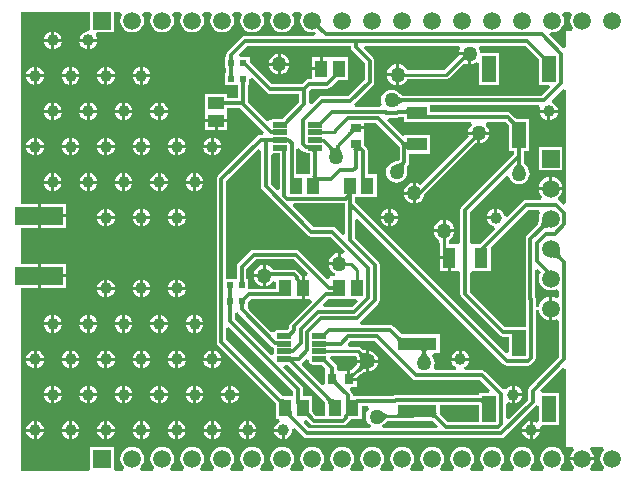
<source format=gbl>
G04*
G04 #@! TF.GenerationSoftware,Altium Limited,Altium Designer,19.1.7 (138)*
G04*
G04 Layer_Physical_Order=2*
G04 Layer_Color=16711680*
%FSLAX44Y44*%
%MOMM*%
G71*
G01*
G75*
%ADD13C,0.2540*%
%ADD16R,1.4000X1.1000*%
%ADD17R,0.8000X0.9000*%
%ADD18R,1.1000X1.4000*%
%ADD19R,1.7000X1.1000*%
%ADD27R,0.9000X0.8000*%
%ADD47C,0.3000*%
%ADD49R,1.5000X1.5000*%
%ADD50C,1.5000*%
%ADD51R,1.5000X1.5000*%
%ADD52C,1.2700*%
%ADD53C,1.0000*%
%ADD54R,1.1000X1.7000*%
%ADD55R,1.2000X2.2000*%
%ADD56R,0.6000X0.5000*%
G04:AMPARAMS|DCode=57|XSize=0.45mm|YSize=1.2mm|CornerRadius=0.0495mm|HoleSize=0mm|Usage=FLASHONLY|Rotation=90.000|XOffset=0mm|YOffset=0mm|HoleType=Round|Shape=RoundedRectangle|*
%AMROUNDEDRECTD57*
21,1,0.4500,1.1010,0,0,90.0*
21,1,0.3510,1.2000,0,0,90.0*
1,1,0.0990,0.5505,0.1755*
1,1,0.0990,0.5505,-0.1755*
1,1,0.0990,-0.5505,-0.1755*
1,1,0.0990,-0.5505,0.1755*
%
%ADD57ROUNDEDRECTD57*%
%ADD58R,3.3000X1.1000*%
%ADD59R,4.0640X1.5240*%
G36*
X904373Y1071880D02*
X904360Y1071863D01*
X903348Y1069421D01*
X903003Y1066800D01*
X903348Y1064179D01*
X904360Y1061737D01*
X905347Y1060450D01*
X904281Y1057934D01*
X904258Y1057910D01*
X899160D01*
Y1044321D01*
X896620Y1043269D01*
X885481Y1054408D01*
X886668Y1056813D01*
X887730Y1056673D01*
X890351Y1057018D01*
X892793Y1058030D01*
X894891Y1059639D01*
X896500Y1061737D01*
X897512Y1064179D01*
X897857Y1066800D01*
X897512Y1069421D01*
X896500Y1071863D01*
X896487Y1071880D01*
X897740Y1074420D01*
X903120D01*
X904373Y1071880D01*
D02*
G37*
G36*
X675773D02*
X675760Y1071863D01*
X674748Y1069421D01*
X674403Y1066800D01*
X674748Y1064179D01*
X675760Y1061737D01*
X677369Y1059639D01*
X679467Y1058030D01*
X681909Y1057018D01*
X684530Y1056673D01*
X686901Y1056986D01*
X687643Y1056407D01*
X687666Y1056379D01*
X686450Y1053839D01*
X627968D01*
X626391Y1053525D01*
X625055Y1052632D01*
X613117Y1040694D01*
X612224Y1039358D01*
X611911Y1037782D01*
Y1036280D01*
X610490D01*
Y1029066D01*
X610486Y1029055D01*
X610490Y1029013D01*
Y1028857D01*
X610471Y1028757D01*
X610490Y1028663D01*
Y1026200D01*
X611871D01*
Y1022310D01*
X610410D01*
Y1019748D01*
X610400Y1019696D01*
X610410Y1019646D01*
Y1012230D01*
X621831D01*
Y1000949D01*
X612790D01*
Y1004870D01*
X593710D01*
Y988790D01*
Y983100D01*
X612790D01*
Y988790D01*
Y992711D01*
X623630D01*
X644116Y972226D01*
X643144Y969879D01*
X640990D01*
X639413Y969565D01*
X638077Y968672D01*
X604887Y935483D01*
X603994Y934146D01*
X603681Y932570D01*
Y794510D01*
X603994Y792934D01*
X604887Y791597D01*
X652754Y743730D01*
X653220Y743229D01*
X653530Y742841D01*
X653630Y742698D01*
Y741964D01*
X653611Y741867D01*
X653630Y741770D01*
Y729600D01*
X656836D01*
X657342Y727060D01*
X656197Y726586D01*
X654622Y725377D01*
X653414Y723802D01*
X652654Y721968D01*
X652562Y721270D01*
X660000D01*
Y720000D01*
X661270D01*
Y712562D01*
X661968Y712654D01*
X663802Y713414D01*
X665377Y714622D01*
X666586Y716197D01*
X667346Y718031D01*
X667605Y720000D01*
X667518Y720662D01*
X669923Y721848D01*
X677394Y714377D01*
X678730Y713484D01*
X680307Y713171D01*
X844358D01*
X845935Y713484D01*
X847271Y714377D01*
X874092Y741198D01*
X874110Y741226D01*
X876650Y740455D01*
Y727602D01*
X874110Y726350D01*
X873802Y726586D01*
X871968Y727346D01*
X871270Y727438D01*
Y721270D01*
X877438D01*
X877369Y721790D01*
X877391Y722028D01*
X879117Y724330D01*
X893730D01*
Y751410D01*
X878938D01*
X877885Y753950D01*
X896813Y772878D01*
X899160Y771906D01*
Y706120D01*
X905706D01*
X906568Y703580D01*
X905969Y703121D01*
X904360Y701023D01*
X903348Y698581D01*
X903171Y697230D01*
X923089D01*
X922912Y698581D01*
X921900Y701023D01*
X920291Y703121D01*
X919692Y703580D01*
X920554Y706120D01*
X931106D01*
X931968Y703580D01*
X931369Y703121D01*
X929760Y701023D01*
X928748Y698581D01*
X928403Y695960D01*
X928748Y693339D01*
X929760Y690897D01*
X931369Y688799D01*
X931968Y688340D01*
X931106Y685800D01*
X920554D01*
X919692Y688340D01*
X920291Y688799D01*
X921900Y690897D01*
X922912Y693339D01*
X923089Y694690D01*
X903171D01*
X903348Y693339D01*
X904360Y690897D01*
X905969Y688799D01*
X906568Y688340D01*
X905706Y685800D01*
X895154D01*
X894292Y688340D01*
X894891Y688799D01*
X896500Y690897D01*
X897512Y693339D01*
X897857Y695960D01*
X897512Y698581D01*
X896500Y701023D01*
X894891Y703121D01*
X892793Y704730D01*
X890351Y705742D01*
X887730Y706087D01*
X885109Y705742D01*
X882667Y704730D01*
X880569Y703121D01*
X878960Y701023D01*
X877948Y698581D01*
X877603Y695960D01*
X877948Y693339D01*
X878960Y690897D01*
X880569Y688799D01*
X881168Y688340D01*
X880306Y685800D01*
X869754D01*
X868892Y688340D01*
X869491Y688799D01*
X871100Y690897D01*
X872112Y693339D01*
X872457Y695960D01*
X872112Y698581D01*
X871100Y701023D01*
X869491Y703121D01*
X867393Y704730D01*
X864951Y705742D01*
X862330Y706087D01*
X859709Y705742D01*
X857267Y704730D01*
X855169Y703121D01*
X853560Y701023D01*
X852548Y698581D01*
X852203Y695960D01*
X852548Y693339D01*
X853560Y690897D01*
X855169Y688799D01*
X855768Y688340D01*
X854906Y685800D01*
X844354D01*
X843492Y688340D01*
X844091Y688799D01*
X845700Y690897D01*
X846712Y693339D01*
X847057Y695960D01*
X846712Y698581D01*
X845700Y701023D01*
X844091Y703121D01*
X841993Y704730D01*
X839551Y705742D01*
X836930Y706087D01*
X834309Y705742D01*
X831867Y704730D01*
X829769Y703121D01*
X828160Y701023D01*
X827148Y698581D01*
X826803Y695960D01*
X827148Y693339D01*
X828160Y690897D01*
X829769Y688799D01*
X830368Y688340D01*
X829506Y685800D01*
X818954D01*
X818092Y688340D01*
X818691Y688799D01*
X820300Y690897D01*
X821312Y693339D01*
X821657Y695960D01*
X821312Y698581D01*
X820300Y701023D01*
X818691Y703121D01*
X816593Y704730D01*
X814151Y705742D01*
X811530Y706087D01*
X808909Y705742D01*
X806467Y704730D01*
X804369Y703121D01*
X802760Y701023D01*
X801748Y698581D01*
X801403Y695960D01*
X801748Y693339D01*
X802760Y690897D01*
X804369Y688799D01*
X804968Y688340D01*
X804106Y685800D01*
X793554D01*
X792692Y688340D01*
X793291Y688799D01*
X794900Y690897D01*
X795912Y693339D01*
X796257Y695960D01*
X795912Y698581D01*
X794900Y701023D01*
X793291Y703121D01*
X791193Y704730D01*
X788751Y705742D01*
X786130Y706087D01*
X783509Y705742D01*
X781067Y704730D01*
X778969Y703121D01*
X777360Y701023D01*
X776348Y698581D01*
X776003Y695960D01*
X776348Y693339D01*
X777360Y690897D01*
X778969Y688799D01*
X779568Y688340D01*
X778706Y685800D01*
X768154D01*
X767292Y688340D01*
X767891Y688799D01*
X769500Y690897D01*
X770512Y693339D01*
X770857Y695960D01*
X770512Y698581D01*
X769500Y701023D01*
X767891Y703121D01*
X765793Y704730D01*
X763351Y705742D01*
X760730Y706087D01*
X758109Y705742D01*
X755667Y704730D01*
X753569Y703121D01*
X751960Y701023D01*
X750948Y698581D01*
X750603Y695960D01*
X750948Y693339D01*
X751960Y690897D01*
X753569Y688799D01*
X754168Y688340D01*
X753306Y685800D01*
X742754D01*
X741892Y688340D01*
X742491Y688799D01*
X744100Y690897D01*
X745112Y693339D01*
X745457Y695960D01*
X745112Y698581D01*
X744100Y701023D01*
X742491Y703121D01*
X740393Y704730D01*
X737951Y705742D01*
X735330Y706087D01*
X732709Y705742D01*
X730267Y704730D01*
X728169Y703121D01*
X726560Y701023D01*
X725548Y698581D01*
X725203Y695960D01*
X725548Y693339D01*
X726560Y690897D01*
X728169Y688799D01*
X728768Y688340D01*
X727906Y685800D01*
X717354D01*
X716492Y688340D01*
X717091Y688799D01*
X718700Y690897D01*
X719712Y693339D01*
X720057Y695960D01*
X719712Y698581D01*
X718700Y701023D01*
X717091Y703121D01*
X714993Y704730D01*
X712551Y705742D01*
X709930Y706087D01*
X707309Y705742D01*
X704867Y704730D01*
X702769Y703121D01*
X701160Y701023D01*
X700148Y698581D01*
X699803Y695960D01*
X700148Y693339D01*
X701160Y690897D01*
X702769Y688799D01*
X703368Y688340D01*
X702506Y685800D01*
X691954D01*
X691092Y688340D01*
X691691Y688799D01*
X693300Y690897D01*
X694312Y693339D01*
X694657Y695960D01*
X694312Y698581D01*
X693300Y701023D01*
X691691Y703121D01*
X689593Y704730D01*
X687151Y705742D01*
X684530Y706087D01*
X681909Y705742D01*
X679467Y704730D01*
X677369Y703121D01*
X675760Y701023D01*
X674748Y698581D01*
X674403Y695960D01*
X674748Y693339D01*
X675760Y690897D01*
X677369Y688799D01*
X677968Y688340D01*
X677106Y685800D01*
X666554D01*
X665692Y688340D01*
X666291Y688799D01*
X667900Y690897D01*
X668912Y693339D01*
X669257Y695960D01*
X668912Y698581D01*
X667900Y701023D01*
X666291Y703121D01*
X664193Y704730D01*
X661751Y705742D01*
X659130Y706087D01*
X656509Y705742D01*
X654067Y704730D01*
X651969Y703121D01*
X650360Y701023D01*
X649348Y698581D01*
X649003Y695960D01*
X649348Y693339D01*
X650360Y690897D01*
X651969Y688799D01*
X652568Y688340D01*
X651706Y685800D01*
X641154D01*
X640292Y688340D01*
X640891Y688799D01*
X642500Y690897D01*
X643512Y693339D01*
X643857Y695960D01*
X643512Y698581D01*
X642500Y701023D01*
X640891Y703121D01*
X638793Y704730D01*
X636351Y705742D01*
X633730Y706087D01*
X631109Y705742D01*
X628667Y704730D01*
X626569Y703121D01*
X624960Y701023D01*
X623948Y698581D01*
X623603Y695960D01*
X623948Y693339D01*
X624960Y690897D01*
X626569Y688799D01*
X627168Y688340D01*
X626306Y685800D01*
X615754D01*
X614892Y688340D01*
X615491Y688799D01*
X617100Y690897D01*
X618112Y693339D01*
X618457Y695960D01*
X618112Y698581D01*
X617100Y701023D01*
X615491Y703121D01*
X613393Y704730D01*
X610951Y705742D01*
X608330Y706087D01*
X605709Y705742D01*
X603267Y704730D01*
X601169Y703121D01*
X599560Y701023D01*
X598548Y698581D01*
X598203Y695960D01*
X598548Y693339D01*
X599560Y690897D01*
X601169Y688799D01*
X601768Y688340D01*
X600906Y685800D01*
X590354D01*
X589492Y688340D01*
X590091Y688799D01*
X591700Y690897D01*
X592712Y693339D01*
X593057Y695960D01*
X592712Y698581D01*
X591700Y701023D01*
X590091Y703121D01*
X587993Y704730D01*
X585551Y705742D01*
X582930Y706087D01*
X580309Y705742D01*
X577867Y704730D01*
X575769Y703121D01*
X574160Y701023D01*
X573148Y698581D01*
X572803Y695960D01*
X573148Y693339D01*
X574160Y690897D01*
X575769Y688799D01*
X576368Y688340D01*
X575506Y685800D01*
X564954D01*
X564092Y688340D01*
X564691Y688799D01*
X566300Y690897D01*
X567312Y693339D01*
X567657Y695960D01*
X567312Y698581D01*
X566300Y701023D01*
X564691Y703121D01*
X562593Y704730D01*
X560151Y705742D01*
X557530Y706087D01*
X554909Y705742D01*
X552467Y704730D01*
X550369Y703121D01*
X548760Y701023D01*
X547748Y698581D01*
X547403Y695960D01*
X547748Y693339D01*
X548760Y690897D01*
X550369Y688799D01*
X550968Y688340D01*
X550106Y685800D01*
X539554D01*
X538692Y688340D01*
X539291Y688799D01*
X540900Y690897D01*
X541912Y693339D01*
X542257Y695960D01*
X541912Y698581D01*
X540900Y701023D01*
X539291Y703121D01*
X537193Y704730D01*
X534751Y705742D01*
X532130Y706087D01*
X529509Y705742D01*
X527067Y704730D01*
X524969Y703121D01*
X523360Y701023D01*
X522348Y698581D01*
X522003Y695960D01*
X522348Y693339D01*
X523360Y690897D01*
X524969Y688799D01*
X525568Y688340D01*
X524706Y685800D01*
X519260D01*
X516770Y685920D01*
X516770Y688340D01*
Y706000D01*
X496690D01*
Y688340D01*
X496690Y685920D01*
X494200Y685800D01*
X438150D01*
Y773430D01*
Y840680D01*
X452180D01*
Y850840D01*
Y861000D01*
X438150D01*
Y891480D01*
X452180D01*
Y901640D01*
Y911800D01*
X438150D01*
Y1074420D01*
X496690D01*
Y1059087D01*
X495000Y1057605D01*
X493032Y1057346D01*
X491197Y1056586D01*
X489622Y1055377D01*
X488414Y1053802D01*
X487654Y1051968D01*
X487562Y1051270D01*
X502438D01*
X502346Y1051968D01*
X501586Y1053802D01*
X501265Y1054220D01*
X502518Y1056760D01*
X516770D01*
Y1074420D01*
X522120D01*
X523373Y1071880D01*
X523360Y1071863D01*
X522348Y1069421D01*
X522003Y1066800D01*
X522348Y1064179D01*
X523360Y1061737D01*
X524969Y1059639D01*
X527067Y1058030D01*
X529509Y1057018D01*
X532130Y1056673D01*
X534751Y1057018D01*
X537193Y1058030D01*
X539291Y1059639D01*
X540900Y1061737D01*
X541912Y1064179D01*
X542257Y1066800D01*
X541912Y1069421D01*
X540900Y1071863D01*
X540887Y1071880D01*
X542140Y1074420D01*
X547520D01*
X548773Y1071880D01*
X548760Y1071863D01*
X547748Y1069421D01*
X547403Y1066800D01*
X547748Y1064179D01*
X548760Y1061737D01*
X550369Y1059639D01*
X552467Y1058030D01*
X554909Y1057018D01*
X557530Y1056673D01*
X560151Y1057018D01*
X562593Y1058030D01*
X564691Y1059639D01*
X566300Y1061737D01*
X567312Y1064179D01*
X567657Y1066800D01*
X567312Y1069421D01*
X566300Y1071863D01*
X566287Y1071880D01*
X567540Y1074420D01*
X572920D01*
X574173Y1071880D01*
X574160Y1071863D01*
X573148Y1069421D01*
X572803Y1066800D01*
X573148Y1064179D01*
X574160Y1061737D01*
X575769Y1059639D01*
X577867Y1058030D01*
X580309Y1057018D01*
X582930Y1056673D01*
X585551Y1057018D01*
X587993Y1058030D01*
X590091Y1059639D01*
X591700Y1061737D01*
X592712Y1064179D01*
X593057Y1066800D01*
X592712Y1069421D01*
X591700Y1071863D01*
X591687Y1071880D01*
X592940Y1074420D01*
X598320D01*
X599573Y1071880D01*
X599560Y1071863D01*
X598548Y1069421D01*
X598203Y1066800D01*
X598548Y1064179D01*
X599560Y1061737D01*
X601169Y1059639D01*
X603267Y1058030D01*
X605709Y1057018D01*
X608330Y1056673D01*
X610951Y1057018D01*
X613393Y1058030D01*
X615491Y1059639D01*
X617100Y1061737D01*
X618112Y1064179D01*
X618457Y1066800D01*
X618112Y1069421D01*
X617100Y1071863D01*
X617087Y1071880D01*
X618340Y1074420D01*
X623720D01*
X624973Y1071880D01*
X624960Y1071863D01*
X623948Y1069421D01*
X623603Y1066800D01*
X623948Y1064179D01*
X624960Y1061737D01*
X626569Y1059639D01*
X628667Y1058030D01*
X631109Y1057018D01*
X633730Y1056673D01*
X636351Y1057018D01*
X638793Y1058030D01*
X640891Y1059639D01*
X642500Y1061737D01*
X643512Y1064179D01*
X643857Y1066800D01*
X643512Y1069421D01*
X642500Y1071863D01*
X642487Y1071880D01*
X643740Y1074420D01*
X649120D01*
X650373Y1071880D01*
X650360Y1071863D01*
X649348Y1069421D01*
X649003Y1066800D01*
X649348Y1064179D01*
X650360Y1061737D01*
X651969Y1059639D01*
X654067Y1058030D01*
X656509Y1057018D01*
X659130Y1056673D01*
X661751Y1057018D01*
X664193Y1058030D01*
X666291Y1059639D01*
X667900Y1061737D01*
X668912Y1064179D01*
X669257Y1066800D01*
X668912Y1069421D01*
X667900Y1071863D01*
X667887Y1071880D01*
X669140Y1074420D01*
X674520D01*
X675773Y1071880D01*
D02*
G37*
G36*
X618705Y1028769D02*
X618450Y1028677D01*
X618225Y1028525D01*
X618030Y1028312D01*
X617865Y1028039D01*
X617730Y1027706D01*
X617625Y1027313D01*
X617550Y1026859D01*
X617505Y1026345D01*
X617490Y1025770D01*
X614490D01*
X614476Y1026340D01*
X614433Y1026851D01*
X614361Y1027300D01*
X614261Y1027691D01*
X614133Y1028020D01*
X613975Y1028290D01*
X613789Y1028501D01*
X613575Y1028651D01*
X613332Y1028740D01*
X613060Y1028771D01*
X618990Y1028801D01*
X618705Y1028769D01*
D02*
G37*
G36*
X617504Y1022169D02*
X617547Y1021659D01*
X617619Y1021209D01*
X617719Y1020819D01*
X617848Y1020490D01*
X618005Y1020219D01*
X618191Y1020010D01*
X618405Y1019859D01*
X618648Y1019770D01*
X618920Y1019740D01*
X612990Y1019709D01*
X613275Y1019741D01*
X613530Y1019833D01*
X613755Y1019985D01*
X613950Y1020198D01*
X614115Y1020471D01*
X614250Y1020804D01*
X614355Y1021197D01*
X614430Y1021651D01*
X614475Y1022165D01*
X614490Y1022739D01*
X617490D01*
X617504Y1022169D01*
D02*
G37*
G36*
X876650Y1033875D02*
Y1012620D01*
X885219D01*
X886191Y1010273D01*
X879202Y1003284D01*
X761523D01*
X761349Y1003314D01*
X761071Y1003391D01*
X760758Y1003512D01*
X760410Y1003682D01*
X760028Y1003908D01*
X759646Y1004172D01*
X758685Y1004974D01*
X758299Y1005351D01*
X758180Y1005505D01*
X756323Y1006930D01*
X754161Y1007826D01*
X751840Y1008132D01*
X749519Y1007826D01*
X747357Y1006930D01*
X745500Y1005505D01*
X744075Y1003648D01*
X743179Y1001486D01*
X742873Y999165D01*
X743179Y996844D01*
X743425Y996249D01*
X741728Y993709D01*
X721290D01*
X720857Y994320D01*
X720328Y996249D01*
X736113Y1012034D01*
X737006Y1013370D01*
X737319Y1014947D01*
Y1032293D01*
X737006Y1033870D01*
X736113Y1035206D01*
X728065Y1043254D01*
X729037Y1045600D01*
X808645D01*
X809596Y1044140D01*
X809997Y1043060D01*
X809219Y1041181D01*
X809081Y1040130D01*
X817880D01*
Y1038860D01*
X819150D01*
Y1030061D01*
X820201Y1030199D01*
X822363Y1031095D01*
X823310Y1031821D01*
X825850Y1030649D01*
Y1012620D01*
X842930D01*
Y1039700D01*
X826736D01*
X826541Y1041181D01*
X825763Y1043060D01*
X826164Y1044140D01*
X827115Y1045600D01*
X864924D01*
X876650Y1033875D01*
D02*
G37*
G36*
X717241Y1044134D02*
X717554Y1042557D01*
X718447Y1041221D01*
X729081Y1030587D01*
Y1016653D01*
X715218Y1002789D01*
X692816D01*
X691240Y1002476D01*
X689904Y1001583D01*
X684529Y996208D01*
X681989Y997260D01*
Y1007064D01*
X683935Y1009009D01*
X697452D01*
X699028Y1009323D01*
X700364Y1010216D01*
X706769Y1016620D01*
X715310D01*
Y1035700D01*
X693540D01*
Y1026160D01*
X692270D01*
Y1024890D01*
X684230D01*
Y1017247D01*
X682228D01*
X680652Y1016934D01*
X679316Y1016041D01*
X676164Y1012889D01*
X650706D01*
X631570Y1032025D01*
Y1036280D01*
X623672D01*
X622700Y1038627D01*
X629674Y1045600D01*
X717241D01*
Y1044134D01*
D02*
G37*
G36*
X756949Y1003050D02*
X758077Y1002108D01*
X758632Y1001725D01*
X759180Y1001401D01*
X759721Y1001136D01*
X760256Y1000930D01*
X760784Y1000783D01*
X761305Y1000694D01*
X761820Y1000665D01*
Y997665D01*
X761305Y997635D01*
X760784Y997547D01*
X760256Y997400D01*
X759721Y997194D01*
X759180Y996929D01*
X758632Y996605D01*
X758077Y996222D01*
X757516Y995780D01*
X756949Y995279D01*
X756375Y994720D01*
Y1003610D01*
X756949Y1003050D01*
D02*
G37*
G36*
X899160Y1007999D02*
Y911924D01*
X896813Y910952D01*
X894153Y913613D01*
X893461Y914075D01*
X893046Y916292D01*
X893140Y917031D01*
X893621Y917399D01*
X895230Y919497D01*
X896242Y921939D01*
X896419Y923290D01*
X886460D01*
Y924560D01*
D01*
Y923290D01*
X876501D01*
X876678Y921939D01*
X877690Y919497D01*
X879299Y917399D01*
X879352Y917359D01*
X878490Y914819D01*
X865965D01*
X864389Y914506D01*
X863052Y913613D01*
X850082Y900642D01*
X847400Y901553D01*
X847346Y901968D01*
X846586Y903802D01*
X845377Y905377D01*
X843802Y906586D01*
X841968Y907346D01*
X841270Y907438D01*
Y900000D01*
X840000D01*
Y898730D01*
X832562D01*
X832654Y898031D01*
X833414Y896197D01*
X834622Y894622D01*
X836197Y893414D01*
X838031Y892654D01*
X838447Y892599D01*
X839357Y889917D01*
X826620Y877180D01*
X819530D01*
X818189Y879165D01*
Y905074D01*
X848507Y935392D01*
X849998Y935135D01*
X851281Y934573D01*
X852025Y932777D01*
X853450Y930920D01*
X855307Y929495D01*
X857469Y928599D01*
X859790Y928293D01*
X862111Y928599D01*
X864273Y929495D01*
X866130Y930920D01*
X867555Y932777D01*
X868451Y934939D01*
X868757Y937260D01*
X868451Y939581D01*
X867555Y941743D01*
X866130Y943600D01*
X865976Y943719D01*
X865575Y944130D01*
X865165Y944595D01*
X864818Y945036D01*
X864533Y945448D01*
X864307Y945830D01*
X864137Y946178D01*
X864016Y946491D01*
X863939Y946769D01*
X863909Y946943D01*
Y956740D01*
X868330D01*
Y983820D01*
X857224D01*
X857130Y983886D01*
X856331Y984564D01*
X853123Y987773D01*
X851786Y988666D01*
X850210Y988979D01*
X784470D01*
Y995046D01*
X876338D01*
X877877Y992506D01*
X877654Y991968D01*
X877562Y991270D01*
X892438D01*
X892346Y991968D01*
X891586Y993802D01*
X890377Y995377D01*
X888802Y996586D01*
X888056Y996895D01*
X887261Y999692D01*
X896620Y1009051D01*
X899160Y1007999D01*
D02*
G37*
G36*
X764991Y986590D02*
X764961Y986875D01*
X764870Y987130D01*
X764718Y987355D01*
X764506Y987550D01*
X764233Y987715D01*
X763900Y987850D01*
X763506Y987955D01*
X763052Y988030D01*
X762536Y988075D01*
X761961Y988090D01*
Y991090D01*
X762536Y991105D01*
X763052Y991150D01*
X763506Y991225D01*
X763900Y991330D01*
X764233Y991465D01*
X764506Y991630D01*
X764718Y991825D01*
X764870Y992050D01*
X764961Y992305D01*
X764991Y992590D01*
Y986590D01*
D02*
G37*
G36*
X781901Y987575D02*
X781993Y987320D01*
X782146Y987095D01*
X782359Y986900D01*
X782632Y986735D01*
X782965Y986600D01*
X783358Y986495D01*
X783812Y986420D01*
X784326Y986375D01*
X784900Y986360D01*
Y983360D01*
X781899Y983391D01*
X781869Y987860D01*
X781901Y987575D01*
D02*
G37*
G36*
X646088Y1005857D02*
X647424Y1004964D01*
X649000Y1004651D01*
X673751D01*
Y997506D01*
X659854Y983609D01*
X651575D01*
X650391Y983374D01*
X649387Y982703D01*
X649184Y982400D01*
X646824Y981802D01*
X646154Y981838D01*
X630070Y997923D01*
Y1012230D01*
X631491D01*
Y1017136D01*
X633837Y1018108D01*
X646088Y1005857D01*
D02*
G37*
G36*
X854438Y982774D02*
X855545Y981834D01*
X856034Y981492D01*
X856480Y981234D01*
X856882Y981061D01*
X857242Y980974D01*
X857559Y980971D01*
X857832Y981052D01*
X858063Y981219D01*
X853851Y977007D01*
X854018Y977237D01*
X854099Y977511D01*
X854096Y977828D01*
X854008Y978187D01*
X853836Y978590D01*
X853578Y979036D01*
X853236Y979525D01*
X852808Y980057D01*
X851699Y981249D01*
X853820Y983371D01*
X854438Y982774D01*
D02*
G37*
G36*
X720483Y972071D02*
X720288Y972212D01*
X720056Y972281D01*
X719789Y972278D01*
X719484Y972203D01*
X719143Y972056D01*
X718766Y971837D01*
X718352Y971547D01*
X717901Y971185D01*
X716890Y970245D01*
X715094Y972041D01*
X715600Y972564D01*
X716397Y973502D01*
X716687Y973916D01*
X716906Y974293D01*
X717053Y974634D01*
X717127Y974939D01*
X717130Y975207D01*
X717062Y975438D01*
X716921Y975633D01*
X720483Y972071D01*
D02*
G37*
G36*
X692570Y966598D02*
X692609Y966597D01*
X693868Y966590D01*
Y964050D01*
X692557Y964040D01*
Y966600D01*
X692570Y966598D01*
D02*
G37*
G36*
X707510Y960806D02*
X707536Y960385D01*
X707617Y959921D01*
X707750Y959414D01*
X707937Y958865D01*
X708177Y958274D01*
X708818Y956965D01*
X709219Y956246D01*
X710180Y954682D01*
X704345Y955991D01*
X698915Y953487D01*
X699157Y954193D01*
X699333Y954865D01*
X699443Y955504D01*
X699488Y956108D01*
X699466Y956678D01*
X699379Y957215D01*
X699225Y957718D01*
X699006Y958186D01*
X698721Y958621D01*
X698370Y959022D01*
X700846Y960138D01*
X701113Y959903D01*
X701457Y959656D01*
X701878Y959395D01*
X702952Y958836D01*
X703767Y958475D01*
X704104Y958891D01*
X704415Y959372D01*
X704658Y959862D01*
X704831Y960362D01*
X704935Y960871D01*
X704970Y961389D01*
X707510Y960806D01*
D02*
G37*
G36*
X761695Y965078D02*
X762146Y964717D01*
X762614Y964399D01*
X763100Y964124D01*
X763603Y963890D01*
X764124Y963699D01*
X764554Y963581D01*
X764634Y963611D01*
X764790Y963702D01*
X764902Y963807D01*
X764969Y963926D01*
X764991Y964058D01*
Y963488D01*
X765219Y963445D01*
X765792Y963381D01*
X766383Y963360D01*
X767262Y960360D01*
X766692Y960330D01*
X766182Y960240D01*
X765732Y960090D01*
X765342Y959880D01*
X765012Y959610D01*
X764742Y959280D01*
X764532Y958890D01*
X764382Y958440D01*
X764292Y957930D01*
X764262Y957360D01*
X761262Y958239D01*
X761241Y958830D01*
X761177Y959403D01*
X761071Y959959D01*
X760923Y960498D01*
X760732Y961019D01*
X760498Y961522D01*
X760223Y962008D01*
X759904Y962476D01*
X759544Y962927D01*
X759141Y963360D01*
X761262Y965481D01*
X761695Y965078D01*
D02*
G37*
G36*
X862505Y959311D02*
X862250Y959220D01*
X862025Y959068D01*
X861830Y958856D01*
X861665Y958583D01*
X861530Y958250D01*
X861425Y957856D01*
X861350Y957402D01*
X861305Y956886D01*
X861290Y956311D01*
X858290D01*
X858275Y956886D01*
X858230Y957402D01*
X858155Y957856D01*
X858050Y958250D01*
X857915Y958583D01*
X857750Y958856D01*
X857555Y959068D01*
X857330Y959220D01*
X857075Y959311D01*
X856790Y959341D01*
X862790D01*
X862505Y959311D01*
D02*
G37*
G36*
X725732Y961061D02*
X725727Y960898D01*
X725785Y960691D01*
X725906Y960441D01*
X726090Y960149D01*
X726336Y959813D01*
X727018Y959013D01*
X727951Y958040D01*
X725829Y955919D01*
X725322Y956417D01*
X724057Y957533D01*
X723721Y957780D01*
X723642Y957830D01*
X723595Y957798D01*
X723400Y957586D01*
X723235Y957313D01*
X723100Y956980D01*
X722995Y956586D01*
X722920Y956131D01*
X722875Y955616D01*
X722860Y955040D01*
X719860D01*
X719845Y955616D01*
X719800Y956131D01*
X719725Y956586D01*
X719620Y956980D01*
X719485Y957313D01*
X719320Y957586D01*
X719125Y957798D01*
X718900Y957950D01*
X718645Y958040D01*
X718360Y958071D01*
X722688D01*
X725799Y961181D01*
X725732Y961061D01*
D02*
G37*
G36*
X689295Y957002D02*
X689040Y956911D01*
X688815Y956760D01*
X688620Y956548D01*
X688455Y956275D01*
X688320Y955942D01*
X688215Y955548D01*
X688140Y955093D01*
X688095Y954578D01*
X688080Y954002D01*
X685080D01*
X685065Y954578D01*
X685020Y955093D01*
X684945Y955548D01*
X684840Y955942D01*
X684705Y956275D01*
X684540Y956548D01*
X684345Y956760D01*
X684120Y956911D01*
X683865Y957002D01*
X683580Y957033D01*
X689580D01*
X689295Y957002D01*
D02*
G37*
G36*
X861319Y946725D02*
X861408Y946204D01*
X861555Y945676D01*
X861761Y945141D01*
X862026Y944600D01*
X862350Y944052D01*
X862733Y943497D01*
X863175Y942936D01*
X863675Y942369D01*
X864235Y941795D01*
X855345D01*
X855905Y942369D01*
X856847Y943497D01*
X857230Y944052D01*
X857554Y944600D01*
X857819Y945141D01*
X858025Y945676D01*
X858172Y946204D01*
X858261Y946725D01*
X858290Y947240D01*
X861290D01*
X861319Y946725D01*
D02*
G37*
G36*
X763334Y945623D02*
X762972Y945216D01*
X762667Y944773D01*
X762418Y944295D01*
X762225Y943782D01*
X762088Y943234D01*
X762007Y942650D01*
X761983Y942032D01*
X762014Y941378D01*
X762102Y940688D01*
X762246Y939964D01*
X754750Y944743D01*
X755600Y944935D01*
X757812Y945590D01*
X758438Y945835D01*
X759008Y946093D01*
X759522Y946365D01*
X759980Y946650D01*
X760382Y946948D01*
X760728Y947260D01*
X763334Y945623D01*
D02*
G37*
G36*
X676284Y956557D02*
X677620Y955664D01*
X678813Y955427D01*
X678887Y955317D01*
X679891Y954646D01*
X681075Y954410D01*
X682461D01*
Y936640D01*
X671239D01*
Y958215D01*
X673132Y959007D01*
X673779Y959061D01*
X676284Y956557D01*
D02*
G37*
G36*
X728915Y936496D02*
X728960Y935982D01*
X729035Y935528D01*
X729140Y935135D01*
X729275Y934802D01*
X729440Y934529D01*
X729635Y934316D01*
X729860Y934164D01*
X730115Y934071D01*
X730400Y934039D01*
X725931Y934070D01*
X725900Y937069D01*
X728900D01*
X728915Y936496D01*
D02*
G37*
G36*
X688095Y936494D02*
X688140Y935978D01*
X688215Y935524D01*
X688320Y935130D01*
X688455Y934797D01*
X688620Y934524D01*
X688815Y934312D01*
X689040Y934160D01*
X689295Y934069D01*
X689580Y934039D01*
X683580D01*
X683865Y934069D01*
X684120Y934160D01*
X684345Y934312D01*
X684540Y934524D01*
X684705Y934797D01*
X684840Y935130D01*
X684945Y935524D01*
X685020Y935978D01*
X685065Y936494D01*
X685080Y937069D01*
X688080D01*
X688095Y936494D01*
D02*
G37*
G36*
X668635Y936495D02*
X668680Y935982D01*
X668755Y935528D01*
X668860Y935135D01*
X668995Y934801D01*
X669160Y934528D01*
X669355Y934316D01*
X669580Y934163D01*
X669835Y934071D01*
X670120Y934039D01*
X665210Y934070D01*
X665288Y934100D01*
X665358Y934190D01*
X665419Y934340D01*
X665473Y934549D01*
X665518Y934819D01*
X665555Y935150D01*
X665604Y935990D01*
X665620Y937069D01*
X668620D01*
X668635Y936495D01*
D02*
G37*
G36*
X694150Y931100D02*
X693576Y931085D01*
X693062Y931040D01*
X692608Y930965D01*
X692215Y930860D01*
X691882Y930725D01*
X691609Y930560D01*
X691396Y930365D01*
X691244Y930140D01*
X691151Y929885D01*
X691119Y929600D01*
X691150Y934070D01*
X691180Y934075D01*
X691270Y934081D01*
X694150Y934100D01*
Y931100D01*
D02*
G37*
G36*
X762390Y980820D02*
X777032D01*
X777430Y980741D01*
X818702D01*
X819564Y978201D01*
X819160Y977890D01*
X817735Y976033D01*
X816839Y973871D01*
X816701Y972820D01*
X834299D01*
X834161Y973871D01*
X833265Y976033D01*
X831840Y977890D01*
X831436Y978201D01*
X832298Y980741D01*
X848504D01*
X850387Y978858D01*
X850848Y978362D01*
X851163Y977969D01*
X851250Y977846D01*
Y956740D01*
X855656D01*
X855665Y954200D01*
X811157Y909693D01*
X810264Y908356D01*
X809951Y906780D01*
Y879165D01*
X808610Y877180D01*
X807411Y877180D01*
X800225D01*
Y878790D01*
X800175Y879041D01*
Y880987D01*
X800773Y881235D01*
X802630Y882660D01*
X804055Y884517D01*
X804951Y886679D01*
X805089Y887730D01*
X787490D01*
X787629Y886679D01*
X788525Y884517D01*
X789950Y882660D01*
X791807Y881235D01*
X792405Y880987D01*
Y878840D01*
X792455Y878589D01*
Y870370D01*
X792530Y869995D01*
Y867410D01*
X800570D01*
Y866140D01*
X801840D01*
Y855100D01*
X807411D01*
X808610Y855100D01*
X809951Y853115D01*
Y835467D01*
X810264Y833890D01*
X811157Y832554D01*
X843374Y800337D01*
X844710Y799444D01*
X846286Y799131D01*
X851250D01*
Y786053D01*
X848710Y785001D01*
X721504Y912207D01*
X721343Y912409D01*
X721140Y912707D01*
X720968Y913010D01*
X720825Y913319D01*
X720708Y913639D01*
X720615Y913974D01*
X720548Y914329D01*
X720519Y914586D01*
Y917560D01*
X739440D01*
Y936640D01*
X731519D01*
Y956470D01*
X731206Y958046D01*
X730313Y959382D01*
X728911Y960784D01*
X728400Y961384D01*
Y968550D01*
X728400Y968550D01*
Y969470D01*
X728400D01*
X728400Y971090D01*
Y974740D01*
X721360D01*
Y977280D01*
X728400D01*
Y979931D01*
X738866D01*
X757658Y961139D01*
X757819Y960937D01*
X758022Y960639D01*
X758194Y960336D01*
X758337Y960027D01*
X758454Y959707D01*
X758547Y959372D01*
X758614Y959017D01*
X758643Y958760D01*
Y948882D01*
X758522Y948793D01*
X758231Y948612D01*
X757867Y948419D01*
X757431Y948222D01*
X756971Y948042D01*
X754947Y947443D01*
X754180Y947270D01*
X754115Y947241D01*
X753739Y947191D01*
X751577Y946295D01*
X749719Y944870D01*
X748295Y943013D01*
X747399Y940851D01*
X747093Y938530D01*
X747399Y936209D01*
X748295Y934047D01*
X749719Y932190D01*
X751577Y930765D01*
X753739Y929869D01*
X756060Y929563D01*
X758381Y929869D01*
X760543Y930765D01*
X762400Y932190D01*
X763825Y934047D01*
X764721Y936209D01*
X765027Y938530D01*
X764786Y940358D01*
X764786Y940469D01*
X764743Y940687D01*
X764721Y940851D01*
X764700Y940902D01*
X764660Y941105D01*
X764596Y941604D01*
X764575Y942043D01*
X764590Y942421D01*
X764634Y942741D01*
X764701Y943010D01*
X764786Y943236D01*
X764889Y943434D01*
X764979Y943564D01*
X765675Y944259D01*
X766568Y945596D01*
X766881Y947172D01*
Y953820D01*
X784470D01*
Y969900D01*
X762390D01*
Y969900D01*
X761087Y969360D01*
X748332Y982116D01*
X749384Y984656D01*
X756144D01*
X757720Y984969D01*
X758471Y985471D01*
X762390D01*
Y980820D01*
D02*
G37*
G36*
X656966Y923910D02*
X654619Y922938D01*
X649352Y928205D01*
Y952460D01*
X649398Y952558D01*
X651575Y954410D01*
X656966D01*
Y923910D01*
D02*
G37*
G36*
X717900Y919480D02*
X714900Y912859D01*
X714865Y913904D01*
X714822Y914311D01*
X714762Y914641D01*
X714685Y914894D01*
X714591Y915069D01*
X714479Y915168D01*
X714350Y915189D01*
X714204Y915133D01*
X714041Y914999D01*
X712779Y917980D01*
X713182Y918413D01*
X713542Y918864D01*
X713860Y919332D01*
X714136Y919818D01*
X714370Y920321D01*
X714560Y920842D01*
X714709Y921380D01*
X714815Y921936D01*
X714879Y922510D01*
X714900Y923101D01*
X717900Y919480D01*
D02*
G37*
G36*
X717921Y914516D02*
X717985Y913943D01*
X718091Y913387D01*
X718239Y912848D01*
X718430Y912327D01*
X718664Y911824D01*
X718939Y911338D01*
X719258Y910870D01*
X719618Y910419D01*
X720021Y909986D01*
Y905743D01*
X719618Y906116D01*
X719258Y906387D01*
X718939Y906555D01*
X718664Y906621D01*
X718430Y906584D01*
X718239Y906445D01*
X718091Y906204D01*
X717985Y905860D01*
X717921Y905414D01*
X717900Y904865D01*
X714900Y911486D01*
X717900Y915107D01*
X717921Y914516D01*
D02*
G37*
G36*
X886385Y891660D02*
X885367Y891650D01*
X883528Y891508D01*
X882706Y891375D01*
X881949Y891202D01*
X881257Y890987D01*
X880631Y890732D01*
X880070Y890436D01*
X879574Y890099D01*
X879143Y889721D01*
X877021Y891842D01*
X877399Y892273D01*
X877736Y892770D01*
X878032Y893331D01*
X878288Y893957D01*
X878502Y894649D01*
X878675Y895406D01*
X878808Y896228D01*
X878900Y897115D01*
X878960Y899085D01*
X886385Y891660D01*
D02*
G37*
G36*
X712281Y886350D02*
X709934Y885378D01*
X704444Y890869D01*
X703107Y891762D01*
X701531Y892076D01*
X685482D01*
X667963Y909594D01*
X668935Y911941D01*
X712281D01*
Y886350D01*
D02*
G37*
G36*
X641113Y956739D02*
Y926499D01*
X641427Y924923D01*
X642320Y923587D01*
X680863Y885044D01*
X682199Y884151D01*
X683775Y883837D01*
X699825D01*
X712238Y871423D01*
X710800Y869270D01*
X709711Y869721D01*
X708660Y869859D01*
Y861060D01*
X707390D01*
Y859790D01*
X698590D01*
X698729Y858739D01*
X699625Y856577D01*
X701050Y854720D01*
X702907Y853295D01*
X704053Y852820D01*
X703547Y850280D01*
X699470D01*
Y848914D01*
X697123Y847942D01*
X673473Y871593D01*
X672136Y872486D01*
X670560Y872799D01*
X635000D01*
X633424Y872486D01*
X632087Y871593D01*
X621927Y861433D01*
X621034Y860096D01*
X620721Y858520D01*
Y848320D01*
X611919D01*
Y930864D01*
X638767Y957711D01*
X641113Y956739D01*
D02*
G37*
G36*
X893970Y872667D02*
X894112Y870828D01*
X894245Y870006D01*
X894418Y869249D01*
X894632Y868557D01*
X894888Y867931D01*
X895184Y867370D01*
X895521Y866873D01*
X895899Y866442D01*
X893777Y864321D01*
X893346Y864699D01*
X892850Y865036D01*
X892289Y865332D01*
X891663Y865587D01*
X890971Y865802D01*
X890214Y865975D01*
X889392Y866108D01*
X888505Y866200D01*
X886535Y866260D01*
X893960Y873685D01*
X893970Y872667D01*
D02*
G37*
G36*
X617530Y840780D02*
X617281Y840691D01*
X617060Y840540D01*
X616869Y840331D01*
X616707Y840061D01*
X616575Y839731D01*
X616472Y839341D01*
X616399Y838891D01*
X616355Y838381D01*
X616340Y837811D01*
X613340D01*
X613325Y838381D01*
X613281Y838891D01*
X613208Y839341D01*
X613105Y839731D01*
X612973Y840061D01*
X612811Y840331D01*
X612620Y840540D01*
X612399Y840691D01*
X612150Y840780D01*
X611870Y840810D01*
X617809D01*
X617530Y840780D01*
D02*
G37*
G36*
X656440Y833771D02*
X656410Y833765D01*
X656320Y833760D01*
X653440Y833740D01*
Y836740D01*
X654014Y836755D01*
X654528Y836800D01*
X654982Y836875D01*
X655375Y836980D01*
X655708Y837115D01*
X655981Y837280D01*
X656194Y837475D01*
X656346Y837700D01*
X656439Y837955D01*
X656471Y838240D01*
X656440Y833771D01*
D02*
G37*
G36*
X616355Y834210D02*
X616399Y833699D01*
X616472Y833250D01*
X616575Y832859D01*
X616707Y832530D01*
X616869Y832260D01*
X617060Y832049D01*
X617281Y831899D01*
X617530Y831809D01*
X617809Y831779D01*
X611870D01*
X612150Y831809D01*
X612399Y831899D01*
X612620Y832049D01*
X612811Y832260D01*
X612973Y832530D01*
X613105Y832859D01*
X613208Y833250D01*
X613281Y833699D01*
X613325Y834210D01*
X613340Y834780D01*
X616340D01*
X616355Y834210D01*
D02*
G37*
G36*
X846263Y775797D02*
X847600Y774904D01*
X849176Y774591D01*
X867463D01*
X869040Y774904D01*
X870376Y775797D01*
X872743Y778164D01*
X873636Y779500D01*
X873949Y781077D01*
Y821610D01*
X876489Y821777D01*
X876678Y820339D01*
X877690Y817897D01*
X879299Y815799D01*
X881397Y814190D01*
X883839Y813178D01*
X885190Y813001D01*
Y822960D01*
Y832919D01*
X883839Y832742D01*
X881397Y831730D01*
X879299Y830121D01*
X877690Y828023D01*
X876678Y825581D01*
X876489Y824143D01*
X873949Y824310D01*
Y830731D01*
X873636Y832307D01*
X873499Y832511D01*
Y855292D01*
X875846Y856264D01*
X878123Y853987D01*
X877690Y853423D01*
X876678Y850981D01*
X876333Y848360D01*
X876678Y845739D01*
X877690Y843297D01*
X879299Y841199D01*
X881397Y839590D01*
X883839Y838578D01*
X886460Y838233D01*
X889081Y838578D01*
X891523Y839590D01*
X893881Y838197D01*
Y833122D01*
X891523Y831730D01*
X889081Y832742D01*
X887730Y832919D01*
Y822960D01*
Y813001D01*
X889081Y813178D01*
X891523Y814190D01*
X893881Y812797D01*
Y781596D01*
X868266Y755982D01*
X867374Y754645D01*
X867060Y753069D01*
Y745817D01*
X850896Y729653D01*
X848549Y730625D01*
Y742244D01*
X851089Y743496D01*
X851197Y743414D01*
X853031Y742654D01*
X853730Y742562D01*
Y750000D01*
Y757438D01*
X853031Y757346D01*
X851197Y756586D01*
X849622Y755377D01*
X849307Y754966D01*
X849249Y754922D01*
X846369Y754619D01*
X846055Y754744D01*
X831290Y769509D01*
X829954Y770402D01*
X828377Y770715D01*
X813925D01*
X813420Y773255D01*
X813802Y773414D01*
X815377Y774622D01*
X816586Y776197D01*
X817346Y778031D01*
X817438Y778730D01*
X802562D01*
X802654Y778031D01*
X803414Y776197D01*
X804622Y774622D01*
X806197Y773414D01*
X806580Y773255D01*
X806075Y770715D01*
X788569D01*
X787349Y773255D01*
X787933Y774665D01*
X788239Y776986D01*
X787933Y779307D01*
X787037Y781469D01*
X786277Y782460D01*
X787407Y785000D01*
X792470D01*
Y801080D01*
X760364D01*
X760269Y801146D01*
X759471Y801824D01*
X753562Y807733D01*
X752226Y808626D01*
X750649Y808940D01*
X725571D01*
X724881Y811480D01*
X725611Y811967D01*
X740503Y826859D01*
X741396Y828195D01*
X741709Y829772D01*
Y860034D01*
X741396Y861610D01*
X740503Y862946D01*
X720519Y882930D01*
Y898223D01*
X722866Y899195D01*
X846263Y775797D01*
D02*
G37*
G36*
X723012Y828853D02*
X718697Y824539D01*
X694920D01*
X693948Y826886D01*
X698183Y831121D01*
X703510D01*
X703908Y831200D01*
X722039D01*
X723012Y828853D01*
D02*
G37*
G36*
X617530Y826811D02*
X617281Y826721D01*
X617060Y826571D01*
X616869Y826360D01*
X616707Y826090D01*
X616575Y825760D01*
X616472Y825370D01*
X616399Y824921D01*
X616355Y824410D01*
X616340Y823840D01*
X613340D01*
X613325Y824410D01*
X613281Y824921D01*
X613208Y825370D01*
X613105Y825760D01*
X612973Y826090D01*
X612811Y826360D01*
X612620Y826571D01*
X612399Y826721D01*
X612150Y826811D01*
X611870Y826841D01*
X617809D01*
X617530Y826811D01*
D02*
G37*
G36*
X877690Y904223D02*
X876678Y901781D01*
X876333Y899160D01*
X876364Y898924D01*
X876314Y897288D01*
X876239Y896568D01*
X876132Y895902D01*
X875999Y895323D01*
X875847Y894831D01*
X875682Y894426D01*
X875513Y894106D01*
X875370Y893896D01*
X866467Y884993D01*
X865574Y883656D01*
X865261Y882080D01*
Y831181D01*
X865574Y829604D01*
X865711Y829400D01*
Y807290D01*
X855688D01*
X855290Y807369D01*
X847993D01*
X818189Y837173D01*
Y853115D01*
X819530Y855100D01*
X835610D01*
Y874520D01*
X867671Y906581D01*
X876298D01*
X877690Y904223D01*
D02*
G37*
G36*
X680788Y852627D02*
X679816Y850280D01*
X678180D01*
Y840740D01*
Y831200D01*
X683019D01*
X684072Y828660D01*
X666357Y810946D01*
X665464Y809609D01*
X665151Y808033D01*
Y806146D01*
X663664Y804659D01*
X655385D01*
X654201Y804424D01*
X653197Y803753D01*
X652995Y803450D01*
X650634Y802852D01*
X649964Y802888D01*
X630905Y821947D01*
X630380Y824270D01*
X630380D01*
Y828525D01*
X632976Y831121D01*
X657910D01*
X658308Y831200D01*
X675640D01*
Y840740D01*
Y850280D01*
X675396D01*
X675255Y850990D01*
X674362Y852326D01*
X671996Y854693D01*
X670659Y855586D01*
X669083Y855899D01*
X651260D01*
X650230Y857240D01*
X648373Y858665D01*
X646211Y859561D01*
X645160Y859699D01*
Y850900D01*
Y842101D01*
X646211Y842239D01*
X648373Y843135D01*
X650230Y844560D01*
X651330Y845992D01*
X653007Y845742D01*
X653870Y845312D01*
Y839359D01*
X631270D01*
X630380Y840089D01*
Y848320D01*
X628959D01*
Y856814D01*
X636706Y864561D01*
X668854D01*
X680788Y852627D01*
D02*
G37*
G36*
X853820Y804719D02*
Y800250D01*
X853791Y800535D01*
X853700Y800790D01*
X853550Y801015D01*
X853341Y801210D01*
X853071Y801375D01*
X852740Y801510D01*
X852350Y801615D01*
X851900Y801690D01*
X851391Y801735D01*
X850820Y801750D01*
Y804750D01*
X853820Y804719D01*
D02*
G37*
G36*
X757578Y800034D02*
X758685Y799094D01*
X759174Y798752D01*
X759620Y798494D01*
X760023Y798321D01*
X760382Y798233D01*
X760699Y798230D01*
X760973Y798312D01*
X761203Y798479D01*
X756991Y794267D01*
X757158Y794497D01*
X757239Y794771D01*
X757236Y795088D01*
X757149Y795447D01*
X756976Y795850D01*
X756718Y796296D01*
X756376Y796785D01*
X755948Y797317D01*
X754839Y798509D01*
X756961Y800631D01*
X757578Y800034D01*
D02*
G37*
G36*
X769248Y763683D02*
X770584Y762790D01*
X772160Y762477D01*
X826671D01*
X835391Y753757D01*
X834419Y751410D01*
X825850D01*
Y749699D01*
X755257D01*
X753680Y749385D01*
X752743Y748759D01*
X722700D01*
X722302Y748680D01*
X718819D01*
Y749730D01*
X718506Y751306D01*
X717613Y752642D01*
X716372Y753883D01*
X717344Y756230D01*
X722200D01*
Y762000D01*
X715660D01*
Y763270D01*
X714390D01*
Y770310D01*
X709120D01*
Y770310D01*
X708319D01*
X705779Y770598D01*
Y772790D01*
X705465Y774366D01*
X704572Y775703D01*
X699890Y780385D01*
X700942Y782925D01*
X721611D01*
X721823Y782713D01*
X721911Y782585D01*
X722034Y782350D01*
X722160Y782041D01*
X722280Y781656D01*
X722386Y781193D01*
X722467Y780686D01*
X722538Y779780D01*
X725135D01*
X725041Y780993D01*
X724929Y781689D01*
X724782Y782329D01*
X724601Y782915D01*
X724385Y783445D01*
X724134Y783921D01*
X723848Y784341D01*
X723529Y784706D01*
X725324Y786501D01*
X725689Y786182D01*
X726109Y785896D01*
X726585Y785646D01*
X727115Y785429D01*
X727701Y785248D01*
X728342Y785101D01*
X729037Y784989D01*
X729789Y784911D01*
X730250Y784897D01*
Y787488D01*
X729962Y787497D01*
X729377Y787557D01*
X728837Y787644D01*
X728374Y787750D01*
X727989Y787870D01*
X727680Y787996D01*
X727446Y788119D01*
X727317Y788207D01*
X725967Y789557D01*
X724707Y790399D01*
X723220Y790694D01*
X715744D01*
X714772Y793041D01*
X716893Y795161D01*
X737770D01*
X769248Y763683D01*
D02*
G37*
G36*
X621927Y819274D02*
X650594Y790607D01*
X651930Y789714D01*
X652497Y789602D01*
X652291Y788565D01*
Y785055D01*
X650361Y783366D01*
X649964Y783388D01*
X618959Y814393D01*
Y819144D01*
X621499Y819915D01*
X621927Y819274D01*
D02*
G37*
G36*
X781987Y787540D02*
X781732Y787450D01*
X781507Y787300D01*
X781312Y787090D01*
X781147Y786820D01*
X781012Y786490D01*
X780907Y786100D01*
X780884Y785963D01*
X780890Y785930D01*
X781037Y785402D01*
X781243Y784867D01*
X781508Y784325D01*
X781832Y783778D01*
X782215Y783223D01*
X782657Y782662D01*
X783157Y782095D01*
X783717Y781521D01*
X774827D01*
X775387Y782095D01*
X776329Y783223D01*
X776712Y783778D01*
X777036Y784325D01*
X777301Y784867D01*
X777507Y785402D01*
X777654Y785930D01*
X777660Y785963D01*
X777637Y786100D01*
X777532Y786490D01*
X777397Y786820D01*
X777232Y787090D01*
X777037Y787300D01*
X776812Y787450D01*
X776557Y787540D01*
X776272Y787570D01*
X782272D01*
X781987Y787540D01*
D02*
G37*
G36*
X681790Y779583D02*
Y778555D01*
X682026Y777371D01*
X682697Y776367D01*
X683701Y775696D01*
X684885Y775460D01*
X693164D01*
X695774Y772850D01*
X695120Y770310D01*
X695120D01*
Y759248D01*
X692580Y758196D01*
X676265Y774511D01*
X676120Y776164D01*
X676491Y777876D01*
X679250Y780635D01*
X681790Y779583D01*
D02*
G37*
G36*
X705460Y762810D02*
X705375Y762534D01*
Y762216D01*
X705460Y761855D01*
X705629Y761452D01*
X705884Y761007D01*
X706223Y760519D01*
X706647Y759988D01*
X707751Y758801D01*
X705629Y756679D01*
X705014Y757273D01*
X703911Y758206D01*
X703423Y758546D01*
X702978Y758801D01*
X702575Y758970D01*
X702214Y759055D01*
X701896D01*
X701620Y758970D01*
X701387Y758801D01*
X705629Y763043D01*
X705460Y762810D01*
D02*
G37*
G36*
X668551Y753150D02*
Y748680D01*
X660540D01*
X660443Y748699D01*
X660346Y748680D01*
X659613D01*
X659498Y748760D01*
X658703Y749433D01*
X611919Y796216D01*
Y806190D01*
X614459Y807242D01*
X668551Y753150D01*
D02*
G37*
G36*
X716215Y748536D02*
X716260Y748022D01*
X716335Y747568D01*
X716440Y747175D01*
X716575Y746842D01*
X716740Y746569D01*
X716935Y746356D01*
X717160Y746204D01*
X717415Y746111D01*
X717700Y746079D01*
X713231Y746109D01*
X713200Y749109D01*
X716200D01*
X716215Y748536D01*
D02*
G37*
G36*
X674185D02*
X674230Y748022D01*
X674305Y747568D01*
X674410Y747175D01*
X674545Y746842D01*
X674710Y746569D01*
X674905Y746356D01*
X675130Y746204D01*
X675385Y746111D01*
X675670Y746079D01*
X671201Y746109D01*
X671170Y749109D01*
X674170D01*
X674185Y748536D01*
D02*
G37*
G36*
X828420Y742580D02*
X828391Y742865D01*
X828300Y743120D01*
X828150Y743345D01*
X827941Y743540D01*
X827671Y743705D01*
X827340Y743840D01*
X826951Y743945D01*
X826500Y744020D01*
X825991Y744065D01*
X825421Y744080D01*
Y747080D01*
X825991Y747095D01*
X826500Y747140D01*
X826951Y747215D01*
X827340Y747320D01*
X827671Y747455D01*
X827941Y747620D01*
X828150Y747815D01*
X828300Y748040D01*
X828391Y748295D01*
X828420Y748580D01*
Y742580D01*
D02*
G37*
G36*
X698572Y748520D02*
X700600Y746806D01*
X701159Y746435D01*
X701660Y746164D01*
X702103Y745993D01*
X702488Y745921D01*
X702815Y745950D01*
X703083Y746079D01*
X698261Y742477D01*
X698455Y742680D01*
X698558Y742933D01*
X698570Y743234D01*
X698491Y743585D01*
X698321Y743985D01*
X698061Y744434D01*
X697709Y744931D01*
X697267Y745478D01*
X696109Y746720D01*
X697780Y749292D01*
X698572Y748520D01*
D02*
G37*
G36*
X656816Y747637D02*
X657919Y746703D01*
X658407Y746364D01*
X658852Y746109D01*
X659255Y745940D01*
X659616Y745855D01*
X659934D01*
X660210Y745940D01*
X660443Y746109D01*
X656200Y741867D01*
X656370Y742100D01*
X656455Y742376D01*
Y742694D01*
X656370Y743055D01*
X656200Y743458D01*
X655946Y743903D01*
X655607Y744391D01*
X655182Y744922D01*
X654079Y746109D01*
X656200Y748231D01*
X656816Y747637D01*
D02*
G37*
G36*
X727170Y743140D02*
X726596Y743125D01*
X726082Y743080D01*
X725628Y743005D01*
X725235Y742900D01*
X724902Y742765D01*
X724629Y742600D01*
X724416Y742405D01*
X724264Y742180D01*
X724171Y741925D01*
X724139Y741640D01*
X724170Y746109D01*
X724200Y746115D01*
X724290Y746121D01*
X727170Y746140D01*
Y743140D01*
D02*
G37*
G36*
X694821Y744304D02*
X695311Y743779D01*
X695581Y743445D01*
Y743140D01*
X695660Y742742D01*
Y732219D01*
X687916D01*
X685574Y734561D01*
X685112Y735058D01*
X684797Y735451D01*
X684710Y735574D01*
Y748680D01*
X676789D01*
Y754856D01*
X676476Y756433D01*
X675583Y757769D01*
X660238Y773114D01*
X661210Y775460D01*
X663664D01*
X694821Y744304D01*
D02*
G37*
G36*
X756961Y730570D02*
X754420Y730540D01*
Y733080D01*
X754907Y733092D01*
X755343Y733130D01*
X755727Y733194D01*
X756061Y733283D01*
X756343Y733397D01*
X756575Y733537D01*
X756755Y733702D01*
X756885Y733893D01*
X756963Y734108D01*
X756991Y734350D01*
X756961Y730570D01*
D02*
G37*
G36*
X681943Y736182D02*
X681861Y735909D01*
X681864Y735592D01*
X681952Y735232D01*
X682124Y734830D01*
X682382Y734384D01*
X682725Y733895D01*
X683152Y733363D01*
X684261Y732170D01*
X682140Y730049D01*
X681522Y730646D01*
X680415Y731586D01*
X679926Y731928D01*
X679481Y732186D01*
X679078Y732358D01*
X678718Y732446D01*
X678401Y732449D01*
X678128Y732368D01*
X677897Y732201D01*
X682109Y736413D01*
X681943Y736182D01*
D02*
G37*
G36*
X789730Y734579D02*
X789645Y734304D01*
Y733986D01*
X789730Y733625D01*
X789900Y733222D01*
X790154Y732776D01*
X790493Y732288D01*
X790918Y731758D01*
X792021Y730570D01*
X789900Y728449D01*
X789284Y729043D01*
X788181Y729976D01*
X787693Y730316D01*
X787248Y730570D01*
X786845Y730740D01*
X786484Y730825D01*
X786166D01*
X785890Y730740D01*
X785657Y730570D01*
X789900Y734813D01*
X789730Y734579D01*
D02*
G37*
G36*
X786602Y727920D02*
X787397Y727247D01*
X790889Y723756D01*
X789917Y721409D01*
X744597D01*
X743897Y723095D01*
X743877Y723949D01*
X745480Y725180D01*
X745710Y725479D01*
X745766Y725519D01*
X746301Y726092D01*
X746775Y726553D01*
X747220Y726943D01*
X747633Y727261D01*
X748009Y727510D01*
X748343Y727694D01*
X748630Y727820D01*
X748870Y727896D01*
X749020Y727925D01*
X769200D01*
X769575Y728000D01*
X785560D01*
X785657Y727980D01*
X785754Y728000D01*
X786488D01*
X786602Y727920D01*
D02*
G37*
G36*
X744121Y735581D02*
X745367Y734593D01*
X745961Y734191D01*
X746535Y733851D01*
X747089Y733574D01*
X747623Y733357D01*
X748137Y733203D01*
X748631Y733111D01*
X749106Y733080D01*
X749224Y730540D01*
X748731Y730507D01*
X748229Y730409D01*
X747717Y730247D01*
X747196Y730019D01*
X746666Y729726D01*
X746126Y729369D01*
X745577Y728946D01*
X745018Y728458D01*
X744450Y727905D01*
X743873Y727287D01*
X743467Y736167D01*
X744121Y735581D01*
D02*
G37*
G36*
X825850Y726949D02*
X799346D01*
X793346Y732949D01*
X792880Y733450D01*
X792570Y733839D01*
X792470Y733982D01*
Y734716D01*
X792489Y734813D01*
X792470Y734910D01*
Y741460D01*
X825850D01*
Y726949D01*
D02*
G37*
G36*
X732956Y737981D02*
X732800Y737860D01*
X731375Y736003D01*
X730479Y733841D01*
X730173Y731520D01*
X730479Y729199D01*
X731375Y727037D01*
X732800Y725180D01*
X734403Y723949D01*
X734383Y723095D01*
X733683Y721409D01*
X682013D01*
X677350Y726072D01*
X678234Y728780D01*
X679488Y728976D01*
X679629Y728856D01*
X683298Y725187D01*
X684634Y724294D01*
X686210Y723981D01*
X710873D01*
X712450Y724294D01*
X713786Y725187D01*
X716153Y727554D01*
X717046Y728890D01*
X717187Y729600D01*
X726740D01*
Y740521D01*
X732094D01*
X732956Y737981D01*
D02*
G37*
%LPC*%
G36*
X466270Y1057438D02*
Y1051270D01*
X472438D01*
X472346Y1051968D01*
X471586Y1053802D01*
X470377Y1055377D01*
X468802Y1056586D01*
X466968Y1057346D01*
X466270Y1057438D01*
D02*
G37*
G36*
X463730D02*
X463032Y1057346D01*
X461197Y1056586D01*
X459622Y1055377D01*
X458414Y1053802D01*
X457654Y1051968D01*
X457562Y1051270D01*
X463730D01*
Y1057438D01*
D02*
G37*
G36*
X502438Y1048730D02*
X496270D01*
Y1042562D01*
X496968Y1042654D01*
X498802Y1043413D01*
X500377Y1044622D01*
X501586Y1046197D01*
X502346Y1048031D01*
X502438Y1048730D01*
D02*
G37*
G36*
X493730D02*
X487562D01*
X487654Y1048031D01*
X488414Y1046197D01*
X489622Y1044622D01*
X491197Y1043413D01*
X493032Y1042654D01*
X493730Y1042562D01*
Y1048730D01*
D02*
G37*
G36*
X472438D02*
X466270D01*
Y1042562D01*
X466968Y1042654D01*
X468802Y1043413D01*
X470377Y1044622D01*
X471586Y1046197D01*
X472346Y1048031D01*
X472438Y1048730D01*
D02*
G37*
G36*
X463730D02*
X457562D01*
X457654Y1048031D01*
X458414Y1046197D01*
X459622Y1044622D01*
X461197Y1043413D01*
X463032Y1042654D01*
X463730Y1042562D01*
Y1048730D01*
D02*
G37*
G36*
X541270Y1027438D02*
Y1021270D01*
X547438D01*
X547346Y1021968D01*
X546586Y1023802D01*
X545377Y1025377D01*
X543802Y1026586D01*
X541968Y1027346D01*
X541270Y1027438D01*
D02*
G37*
G36*
X538730D02*
X538032Y1027346D01*
X536197Y1026586D01*
X534622Y1025377D01*
X533414Y1023802D01*
X532654Y1021968D01*
X532562Y1021270D01*
X538730D01*
Y1027438D01*
D02*
G37*
G36*
X511270D02*
Y1021270D01*
X517438D01*
X517346Y1021968D01*
X516586Y1023802D01*
X515377Y1025377D01*
X513802Y1026586D01*
X511968Y1027346D01*
X511270Y1027438D01*
D02*
G37*
G36*
X508730D02*
X508032Y1027346D01*
X506197Y1026586D01*
X504622Y1025377D01*
X503414Y1023802D01*
X502654Y1021968D01*
X502562Y1021270D01*
X508730D01*
Y1027438D01*
D02*
G37*
G36*
X481270D02*
Y1021270D01*
X487438D01*
X487346Y1021968D01*
X486586Y1023802D01*
X485377Y1025377D01*
X483802Y1026586D01*
X481968Y1027346D01*
X481270Y1027438D01*
D02*
G37*
G36*
X478730D02*
X478032Y1027346D01*
X476197Y1026586D01*
X474622Y1025377D01*
X473414Y1023802D01*
X472654Y1021968D01*
X472562Y1021270D01*
X478730D01*
Y1027438D01*
D02*
G37*
G36*
X451270D02*
Y1021270D01*
X457438D01*
X457346Y1021968D01*
X456586Y1023802D01*
X455377Y1025377D01*
X453802Y1026586D01*
X451968Y1027346D01*
X451270Y1027438D01*
D02*
G37*
G36*
X448730D02*
X448032Y1027346D01*
X446197Y1026586D01*
X444622Y1025377D01*
X443414Y1023802D01*
X442654Y1021968D01*
X442562Y1021270D01*
X448730D01*
Y1027438D01*
D02*
G37*
G36*
X547438Y1018730D02*
X541270D01*
Y1012562D01*
X541968Y1012654D01*
X543802Y1013413D01*
X545377Y1014622D01*
X546586Y1016197D01*
X547346Y1018031D01*
X547438Y1018730D01*
D02*
G37*
G36*
X538730D02*
X532562D01*
X532654Y1018031D01*
X533414Y1016197D01*
X534622Y1014622D01*
X536197Y1013413D01*
X538032Y1012654D01*
X538730Y1012562D01*
Y1018730D01*
D02*
G37*
G36*
X517438D02*
X511270D01*
Y1012562D01*
X511968Y1012654D01*
X513802Y1013413D01*
X515377Y1014622D01*
X516586Y1016197D01*
X517346Y1018031D01*
X517438Y1018730D01*
D02*
G37*
G36*
X508730D02*
X502562D01*
X502654Y1018031D01*
X503414Y1016197D01*
X504622Y1014622D01*
X506197Y1013413D01*
X508032Y1012654D01*
X508730Y1012562D01*
Y1018730D01*
D02*
G37*
G36*
X487438D02*
X481270D01*
Y1012562D01*
X481968Y1012654D01*
X483802Y1013413D01*
X485377Y1014622D01*
X486586Y1016197D01*
X487346Y1018031D01*
X487438Y1018730D01*
D02*
G37*
G36*
X478730D02*
X472562D01*
X472654Y1018031D01*
X473414Y1016197D01*
X474622Y1014622D01*
X476197Y1013413D01*
X478032Y1012654D01*
X478730Y1012562D01*
Y1018730D01*
D02*
G37*
G36*
X457438D02*
X451270D01*
Y1012562D01*
X451968Y1012654D01*
X453802Y1013413D01*
X455377Y1014622D01*
X456586Y1016197D01*
X457346Y1018031D01*
X457438Y1018730D01*
D02*
G37*
G36*
X448730D02*
X442562D01*
X442654Y1018031D01*
X443414Y1016197D01*
X444622Y1014622D01*
X446197Y1013413D01*
X448032Y1012654D01*
X448730Y1012562D01*
Y1018730D01*
D02*
G37*
G36*
X556270Y997438D02*
Y991270D01*
X562438D01*
X562346Y991968D01*
X561586Y993802D01*
X560377Y995377D01*
X558802Y996586D01*
X556968Y997346D01*
X556270Y997438D01*
D02*
G37*
G36*
X553730D02*
X553032Y997346D01*
X551197Y996586D01*
X549622Y995377D01*
X548414Y993802D01*
X547654Y991968D01*
X547562Y991270D01*
X553730D01*
Y997438D01*
D02*
G37*
G36*
X526270D02*
Y991270D01*
X532438D01*
X532346Y991968D01*
X531586Y993802D01*
X530377Y995377D01*
X528802Y996586D01*
X526968Y997346D01*
X526270Y997438D01*
D02*
G37*
G36*
X523730D02*
X523032Y997346D01*
X521197Y996586D01*
X519622Y995377D01*
X518414Y993802D01*
X517654Y991968D01*
X517562Y991270D01*
X523730D01*
Y997438D01*
D02*
G37*
G36*
X496270D02*
Y991270D01*
X502438D01*
X502346Y991968D01*
X501586Y993802D01*
X500377Y995377D01*
X498802Y996586D01*
X496968Y997346D01*
X496270Y997438D01*
D02*
G37*
G36*
X493730D02*
X493032Y997346D01*
X491197Y996586D01*
X489622Y995377D01*
X488414Y993802D01*
X487654Y991968D01*
X487562Y991270D01*
X493730D01*
Y997438D01*
D02*
G37*
G36*
X466270D02*
Y991270D01*
X472438D01*
X472346Y991968D01*
X471586Y993802D01*
X470377Y995377D01*
X468802Y996586D01*
X466968Y997346D01*
X466270Y997438D01*
D02*
G37*
G36*
X463730D02*
X463032Y997346D01*
X461197Y996586D01*
X459622Y995377D01*
X458414Y993802D01*
X457654Y991968D01*
X457562Y991270D01*
X463730D01*
Y997438D01*
D02*
G37*
G36*
X562438Y988730D02*
X556270D01*
Y982562D01*
X556968Y982654D01*
X558802Y983413D01*
X560377Y984622D01*
X561586Y986197D01*
X562346Y988031D01*
X562438Y988730D01*
D02*
G37*
G36*
X553730D02*
X547562D01*
X547654Y988031D01*
X548414Y986197D01*
X549622Y984622D01*
X551197Y983413D01*
X553032Y982654D01*
X553730Y982562D01*
Y988730D01*
D02*
G37*
G36*
X532438D02*
X526270D01*
Y982562D01*
X526968Y982654D01*
X528802Y983413D01*
X530377Y984622D01*
X531586Y986197D01*
X532346Y988031D01*
X532438Y988730D01*
D02*
G37*
G36*
X523730D02*
X517562D01*
X517654Y988031D01*
X518414Y986197D01*
X519622Y984622D01*
X521197Y983413D01*
X523032Y982654D01*
X523730Y982562D01*
Y988730D01*
D02*
G37*
G36*
X502438D02*
X496270D01*
Y982562D01*
X496968Y982654D01*
X498802Y983413D01*
X500377Y984622D01*
X501586Y986197D01*
X502346Y988031D01*
X502438Y988730D01*
D02*
G37*
G36*
X493730D02*
X487562D01*
X487654Y988031D01*
X488414Y986197D01*
X489622Y984622D01*
X491197Y983413D01*
X493032Y982654D01*
X493730Y982562D01*
Y988730D01*
D02*
G37*
G36*
X472438D02*
X466270D01*
Y982562D01*
X466968Y982654D01*
X468802Y983413D01*
X470377Y984622D01*
X471586Y986197D01*
X472346Y988031D01*
X472438Y988730D01*
D02*
G37*
G36*
X463730D02*
X457562D01*
X457654Y988031D01*
X458414Y986197D01*
X459622Y984622D01*
X461197Y983413D01*
X463032Y982654D01*
X463730Y982562D01*
Y988730D01*
D02*
G37*
G36*
X612790Y980560D02*
X604520D01*
Y973790D01*
X612790D01*
Y980560D01*
D02*
G37*
G36*
X601980D02*
X593710D01*
Y973790D01*
X601980D01*
Y980560D01*
D02*
G37*
G36*
X601270Y967438D02*
Y961270D01*
X607438D01*
X607346Y961968D01*
X606586Y963802D01*
X605377Y965377D01*
X603802Y966586D01*
X601968Y967346D01*
X601270Y967438D01*
D02*
G37*
G36*
X598730D02*
X598032Y967346D01*
X596197Y966586D01*
X594622Y965377D01*
X593414Y963802D01*
X592654Y961968D01*
X592562Y961270D01*
X598730D01*
Y967438D01*
D02*
G37*
G36*
X571270D02*
Y961270D01*
X577438D01*
X577346Y961968D01*
X576586Y963802D01*
X575377Y965377D01*
X573802Y966586D01*
X571968Y967346D01*
X571270Y967438D01*
D02*
G37*
G36*
X568730D02*
X568032Y967346D01*
X566197Y966586D01*
X564622Y965377D01*
X563414Y963802D01*
X562654Y961968D01*
X562562Y961270D01*
X568730D01*
Y967438D01*
D02*
G37*
G36*
X541270D02*
Y961270D01*
X547438D01*
X547346Y961968D01*
X546586Y963802D01*
X545377Y965377D01*
X543802Y966586D01*
X541968Y967346D01*
X541270Y967438D01*
D02*
G37*
G36*
X538730D02*
X538032Y967346D01*
X536197Y966586D01*
X534622Y965377D01*
X533414Y963802D01*
X532654Y961968D01*
X532562Y961270D01*
X538730D01*
Y967438D01*
D02*
G37*
G36*
X511270D02*
Y961270D01*
X517438D01*
X517346Y961968D01*
X516586Y963802D01*
X515377Y965377D01*
X513802Y966586D01*
X511968Y967346D01*
X511270Y967438D01*
D02*
G37*
G36*
X508730D02*
X508032Y967346D01*
X506197Y966586D01*
X504622Y965377D01*
X503414Y963802D01*
X502654Y961968D01*
X502562Y961270D01*
X508730D01*
Y967438D01*
D02*
G37*
G36*
X481270D02*
Y961270D01*
X487438D01*
X487346Y961968D01*
X486586Y963802D01*
X485377Y965377D01*
X483802Y966586D01*
X481968Y967346D01*
X481270Y967438D01*
D02*
G37*
G36*
X478730D02*
X478032Y967346D01*
X476197Y966586D01*
X474622Y965377D01*
X473414Y963802D01*
X472654Y961968D01*
X472562Y961270D01*
X478730D01*
Y967438D01*
D02*
G37*
G36*
X451270D02*
Y961270D01*
X457438D01*
X457346Y961968D01*
X456586Y963802D01*
X455377Y965377D01*
X453802Y966586D01*
X451968Y967346D01*
X451270Y967438D01*
D02*
G37*
G36*
X448730D02*
X448032Y967346D01*
X446197Y966586D01*
X444622Y965377D01*
X443414Y963802D01*
X442654Y961968D01*
X442562Y961270D01*
X448730D01*
Y967438D01*
D02*
G37*
G36*
X607438Y958730D02*
X601270D01*
Y952562D01*
X601968Y952654D01*
X603802Y953413D01*
X605377Y954622D01*
X606586Y956197D01*
X607346Y958031D01*
X607438Y958730D01*
D02*
G37*
G36*
X598730D02*
X592562D01*
X592654Y958031D01*
X593414Y956197D01*
X594622Y954622D01*
X596197Y953413D01*
X598032Y952654D01*
X598730Y952562D01*
Y958730D01*
D02*
G37*
G36*
X577438D02*
X571270D01*
Y952562D01*
X571968Y952654D01*
X573802Y953413D01*
X575377Y954622D01*
X576586Y956197D01*
X577346Y958031D01*
X577438Y958730D01*
D02*
G37*
G36*
X568730D02*
X562562D01*
X562654Y958031D01*
X563414Y956197D01*
X564622Y954622D01*
X566197Y953413D01*
X568032Y952654D01*
X568730Y952562D01*
Y958730D01*
D02*
G37*
G36*
X547438D02*
X541270D01*
Y952562D01*
X541968Y952654D01*
X543802Y953413D01*
X545377Y954622D01*
X546586Y956197D01*
X547346Y958031D01*
X547438Y958730D01*
D02*
G37*
G36*
X538730D02*
X532562D01*
X532654Y958031D01*
X533414Y956197D01*
X534622Y954622D01*
X536197Y953413D01*
X538032Y952654D01*
X538730Y952562D01*
Y958730D01*
D02*
G37*
G36*
X517438D02*
X511270D01*
Y952562D01*
X511968Y952654D01*
X513802Y953413D01*
X515377Y954622D01*
X516586Y956197D01*
X517346Y958031D01*
X517438Y958730D01*
D02*
G37*
G36*
X508730D02*
X502562D01*
X502654Y958031D01*
X503414Y956197D01*
X504622Y954622D01*
X506197Y953413D01*
X508032Y952654D01*
X508730Y952562D01*
Y958730D01*
D02*
G37*
G36*
X487438D02*
X481270D01*
Y952562D01*
X481968Y952654D01*
X483802Y953413D01*
X485377Y954622D01*
X486586Y956197D01*
X487346Y958031D01*
X487438Y958730D01*
D02*
G37*
G36*
X478730D02*
X472562D01*
X472654Y958031D01*
X473414Y956197D01*
X474622Y954622D01*
X476197Y953413D01*
X478032Y952654D01*
X478730Y952562D01*
Y958730D01*
D02*
G37*
G36*
X457438D02*
X451270D01*
Y952562D01*
X451968Y952654D01*
X453802Y953413D01*
X455377Y954622D01*
X456586Y956197D01*
X457346Y958031D01*
X457438Y958730D01*
D02*
G37*
G36*
X448730D02*
X442562D01*
X442654Y958031D01*
X443414Y956197D01*
X444622Y954622D01*
X446197Y953413D01*
X448032Y952654D01*
X448730Y952562D01*
Y958730D01*
D02*
G37*
G36*
X586270Y937438D02*
Y931270D01*
X592438D01*
X592346Y931968D01*
X591586Y933802D01*
X590377Y935377D01*
X588802Y936586D01*
X586968Y937346D01*
X586270Y937438D01*
D02*
G37*
G36*
X583730D02*
X583032Y937346D01*
X581197Y936586D01*
X579622Y935377D01*
X578414Y933802D01*
X577654Y931968D01*
X577562Y931270D01*
X583730D01*
Y937438D01*
D02*
G37*
G36*
X556270D02*
Y931270D01*
X562438D01*
X562346Y931968D01*
X561586Y933802D01*
X560377Y935377D01*
X558802Y936586D01*
X556968Y937346D01*
X556270Y937438D01*
D02*
G37*
G36*
X553730D02*
X553032Y937346D01*
X551197Y936586D01*
X549622Y935377D01*
X548414Y933802D01*
X547654Y931968D01*
X547562Y931270D01*
X553730D01*
Y937438D01*
D02*
G37*
G36*
X526270D02*
Y931270D01*
X532438D01*
X532346Y931968D01*
X531586Y933802D01*
X530377Y935377D01*
X528802Y936586D01*
X526968Y937346D01*
X526270Y937438D01*
D02*
G37*
G36*
X523730D02*
X523032Y937346D01*
X521197Y936586D01*
X519622Y935377D01*
X518414Y933802D01*
X517654Y931968D01*
X517562Y931270D01*
X523730D01*
Y937438D01*
D02*
G37*
G36*
X496270D02*
Y931270D01*
X502438D01*
X502346Y931968D01*
X501586Y933802D01*
X500377Y935377D01*
X498802Y936586D01*
X496968Y937346D01*
X496270Y937438D01*
D02*
G37*
G36*
X493730D02*
X493032Y937346D01*
X491197Y936586D01*
X489622Y935377D01*
X488414Y933802D01*
X487654Y931968D01*
X487562Y931270D01*
X493730D01*
Y937438D01*
D02*
G37*
G36*
X466270D02*
Y931270D01*
X472438D01*
X472346Y931968D01*
X471586Y933802D01*
X470377Y935377D01*
X468802Y936586D01*
X466968Y937346D01*
X466270Y937438D01*
D02*
G37*
G36*
X463730D02*
X463032Y937346D01*
X461197Y936586D01*
X459622Y935377D01*
X458414Y933802D01*
X457654Y931968D01*
X457562Y931270D01*
X463730D01*
Y937438D01*
D02*
G37*
G36*
X592438Y928730D02*
X586270D01*
Y922562D01*
X586968Y922654D01*
X588802Y923413D01*
X590377Y924622D01*
X591586Y926197D01*
X592346Y928031D01*
X592438Y928730D01*
D02*
G37*
G36*
X583730D02*
X577562D01*
X577654Y928031D01*
X578414Y926197D01*
X579622Y924622D01*
X581197Y923413D01*
X583032Y922654D01*
X583730Y922562D01*
Y928730D01*
D02*
G37*
G36*
X562438D02*
X556270D01*
Y922562D01*
X556968Y922654D01*
X558802Y923413D01*
X560377Y924622D01*
X561586Y926197D01*
X562346Y928031D01*
X562438Y928730D01*
D02*
G37*
G36*
X553730D02*
X547562D01*
X547654Y928031D01*
X548414Y926197D01*
X549622Y924622D01*
X551197Y923413D01*
X553032Y922654D01*
X553730Y922562D01*
Y928730D01*
D02*
G37*
G36*
X532438D02*
X526270D01*
Y922562D01*
X526968Y922654D01*
X528802Y923413D01*
X530377Y924622D01*
X531586Y926197D01*
X532346Y928031D01*
X532438Y928730D01*
D02*
G37*
G36*
X523730D02*
X517562D01*
X517654Y928031D01*
X518414Y926197D01*
X519622Y924622D01*
X521197Y923413D01*
X523032Y922654D01*
X523730Y922562D01*
Y928730D01*
D02*
G37*
G36*
X502438D02*
X496270D01*
Y922562D01*
X496968Y922654D01*
X498802Y923413D01*
X500377Y924622D01*
X501586Y926197D01*
X502346Y928031D01*
X502438Y928730D01*
D02*
G37*
G36*
X493730D02*
X487562D01*
X487654Y928031D01*
X488414Y926197D01*
X489622Y924622D01*
X491197Y923413D01*
X493032Y922654D01*
X493730Y922562D01*
Y928730D01*
D02*
G37*
G36*
X472438D02*
X466270D01*
Y922562D01*
X466968Y922654D01*
X468802Y923413D01*
X470377Y924622D01*
X471586Y926197D01*
X472346Y928031D01*
X472438Y928730D01*
D02*
G37*
G36*
X463730D02*
X457562D01*
X457654Y928031D01*
X458414Y926197D01*
X459622Y924622D01*
X461197Y923413D01*
X463032Y922654D01*
X463730Y922562D01*
Y928730D01*
D02*
G37*
G36*
X476310Y911800D02*
X454720D01*
Y902910D01*
X476310D01*
Y911800D01*
D02*
G37*
G36*
X571270Y907438D02*
Y901270D01*
X577438D01*
X577346Y901968D01*
X576586Y903802D01*
X575377Y905377D01*
X573802Y906586D01*
X571968Y907346D01*
X571270Y907438D01*
D02*
G37*
G36*
X568730D02*
X568032Y907346D01*
X566197Y906586D01*
X564622Y905377D01*
X563414Y903802D01*
X562654Y901968D01*
X562562Y901270D01*
X568730D01*
Y907438D01*
D02*
G37*
G36*
X541270D02*
Y901270D01*
X547438D01*
X547346Y901968D01*
X546586Y903802D01*
X545377Y905377D01*
X543802Y906586D01*
X541968Y907346D01*
X541270Y907438D01*
D02*
G37*
G36*
X538730D02*
X538032Y907346D01*
X536197Y906586D01*
X534622Y905377D01*
X533414Y903802D01*
X532654Y901968D01*
X532562Y901270D01*
X538730D01*
Y907438D01*
D02*
G37*
G36*
X511270D02*
Y901270D01*
X517438D01*
X517346Y901968D01*
X516586Y903802D01*
X515377Y905377D01*
X513802Y906586D01*
X511968Y907346D01*
X511270Y907438D01*
D02*
G37*
G36*
X508730D02*
X508032Y907346D01*
X506197Y906586D01*
X504622Y905377D01*
X503414Y903802D01*
X502654Y901968D01*
X502562Y901270D01*
X508730D01*
Y907438D01*
D02*
G37*
G36*
X577438Y898730D02*
X571270D01*
Y892562D01*
X571968Y892654D01*
X573802Y893414D01*
X575377Y894622D01*
X576586Y896197D01*
X577346Y898031D01*
X577438Y898730D01*
D02*
G37*
G36*
X568730D02*
X562562D01*
X562654Y898031D01*
X563414Y896197D01*
X564622Y894622D01*
X566197Y893414D01*
X568032Y892654D01*
X568730Y892562D01*
Y898730D01*
D02*
G37*
G36*
X547438D02*
X541270D01*
Y892562D01*
X541968Y892654D01*
X543802Y893414D01*
X545377Y894622D01*
X546586Y896197D01*
X547346Y898031D01*
X547438Y898730D01*
D02*
G37*
G36*
X538730D02*
X532562D01*
X532654Y898031D01*
X533414Y896197D01*
X534622Y894622D01*
X536197Y893414D01*
X538032Y892654D01*
X538730Y892562D01*
Y898730D01*
D02*
G37*
G36*
X517438D02*
X511270D01*
Y892562D01*
X511968Y892654D01*
X513802Y893414D01*
X515377Y894622D01*
X516586Y896197D01*
X517346Y898031D01*
X517438Y898730D01*
D02*
G37*
G36*
X508730D02*
X502562D01*
X502654Y898031D01*
X503414Y896197D01*
X504622Y894622D01*
X506197Y893414D01*
X508032Y892654D01*
X508730Y892562D01*
Y898730D01*
D02*
G37*
G36*
X476310Y900370D02*
X454720D01*
Y891480D01*
X476310D01*
Y900370D01*
D02*
G37*
G36*
Y861000D02*
X454720D01*
Y852110D01*
X476310D01*
Y861000D01*
D02*
G37*
G36*
X571270Y847438D02*
Y841270D01*
X577438D01*
X577346Y841968D01*
X576586Y843802D01*
X575377Y845377D01*
X573802Y846586D01*
X571968Y847346D01*
X571270Y847438D01*
D02*
G37*
G36*
X568730D02*
X568032Y847346D01*
X566197Y846586D01*
X564622Y845377D01*
X563414Y843802D01*
X562654Y841968D01*
X562562Y841270D01*
X568730D01*
Y847438D01*
D02*
G37*
G36*
X541270D02*
Y841270D01*
X547438D01*
X547346Y841968D01*
X546586Y843802D01*
X545377Y845377D01*
X543802Y846586D01*
X541968Y847346D01*
X541270Y847438D01*
D02*
G37*
G36*
X538730D02*
X538032Y847346D01*
X536197Y846586D01*
X534622Y845377D01*
X533414Y843802D01*
X532654Y841968D01*
X532562Y841270D01*
X538730D01*
Y847438D01*
D02*
G37*
G36*
X511270D02*
Y841270D01*
X517438D01*
X517346Y841968D01*
X516586Y843802D01*
X515377Y845377D01*
X513802Y846586D01*
X511968Y847346D01*
X511270Y847438D01*
D02*
G37*
G36*
X508730D02*
X508032Y847346D01*
X506197Y846586D01*
X504622Y845377D01*
X503414Y843802D01*
X502654Y841968D01*
X502562Y841270D01*
X508730D01*
Y847438D01*
D02*
G37*
G36*
X476310Y849570D02*
X454720D01*
Y840680D01*
X476310D01*
Y849570D01*
D02*
G37*
G36*
X577438Y838730D02*
X571270D01*
Y832562D01*
X571968Y832654D01*
X573802Y833414D01*
X575377Y834622D01*
X576586Y836197D01*
X577346Y838031D01*
X577438Y838730D01*
D02*
G37*
G36*
X568730D02*
X562562D01*
X562654Y838031D01*
X563414Y836197D01*
X564622Y834622D01*
X566197Y833414D01*
X568032Y832654D01*
X568730Y832562D01*
Y838730D01*
D02*
G37*
G36*
X547438D02*
X541270D01*
Y832562D01*
X541968Y832654D01*
X543802Y833414D01*
X545377Y834622D01*
X546586Y836197D01*
X547346Y838031D01*
X547438Y838730D01*
D02*
G37*
G36*
X538730D02*
X532562D01*
X532654Y838031D01*
X533414Y836197D01*
X534622Y834622D01*
X536197Y833414D01*
X538032Y832654D01*
X538730Y832562D01*
Y838730D01*
D02*
G37*
G36*
X517438D02*
X511270D01*
Y832562D01*
X511968Y832654D01*
X513802Y833414D01*
X515377Y834622D01*
X516586Y836197D01*
X517346Y838031D01*
X517438Y838730D01*
D02*
G37*
G36*
X508730D02*
X502562D01*
X502654Y838031D01*
X503414Y836197D01*
X504622Y834622D01*
X506197Y833414D01*
X508032Y832654D01*
X508730Y832562D01*
Y838730D01*
D02*
G37*
G36*
X586270Y817438D02*
Y811270D01*
X592438D01*
X592346Y811968D01*
X591586Y813802D01*
X590377Y815377D01*
X588802Y816586D01*
X586968Y817346D01*
X586270Y817438D01*
D02*
G37*
G36*
X583730D02*
X583032Y817346D01*
X581197Y816586D01*
X579622Y815377D01*
X578414Y813802D01*
X577654Y811968D01*
X577562Y811270D01*
X583730D01*
Y817438D01*
D02*
G37*
G36*
X556270D02*
Y811270D01*
X562438D01*
X562346Y811968D01*
X561586Y813802D01*
X560377Y815377D01*
X558802Y816586D01*
X556968Y817346D01*
X556270Y817438D01*
D02*
G37*
G36*
X553730D02*
X553032Y817346D01*
X551197Y816586D01*
X549622Y815377D01*
X548414Y813802D01*
X547654Y811968D01*
X547562Y811270D01*
X553730D01*
Y817438D01*
D02*
G37*
G36*
X526270D02*
Y811270D01*
X532438D01*
X532346Y811968D01*
X531586Y813802D01*
X530377Y815377D01*
X528802Y816586D01*
X526968Y817346D01*
X526270Y817438D01*
D02*
G37*
G36*
X523730D02*
X523032Y817346D01*
X521197Y816586D01*
X519622Y815377D01*
X518414Y813802D01*
X517654Y811968D01*
X517562Y811270D01*
X523730D01*
Y817438D01*
D02*
G37*
G36*
X496270D02*
Y811270D01*
X502438D01*
X502346Y811968D01*
X501586Y813802D01*
X500377Y815377D01*
X498802Y816586D01*
X496968Y817346D01*
X496270Y817438D01*
D02*
G37*
G36*
X493730D02*
X493032Y817346D01*
X491197Y816586D01*
X489622Y815377D01*
X488414Y813802D01*
X487654Y811968D01*
X487562Y811270D01*
X493730D01*
Y817438D01*
D02*
G37*
G36*
X466270D02*
Y811270D01*
X472438D01*
X472346Y811968D01*
X471586Y813802D01*
X470377Y815377D01*
X468802Y816586D01*
X466968Y817346D01*
X466270Y817438D01*
D02*
G37*
G36*
X463730D02*
X463032Y817346D01*
X461197Y816586D01*
X459622Y815377D01*
X458414Y813802D01*
X457654Y811968D01*
X457562Y811270D01*
X463730D01*
Y817438D01*
D02*
G37*
G36*
X592438Y808730D02*
X586270D01*
Y802562D01*
X586968Y802654D01*
X588802Y803414D01*
X590377Y804622D01*
X591586Y806197D01*
X592346Y808031D01*
X592438Y808730D01*
D02*
G37*
G36*
X583730D02*
X577562D01*
X577654Y808031D01*
X578414Y806197D01*
X579622Y804622D01*
X581197Y803414D01*
X583032Y802654D01*
X583730Y802562D01*
Y808730D01*
D02*
G37*
G36*
X562438D02*
X556270D01*
Y802562D01*
X556968Y802654D01*
X558802Y803414D01*
X560377Y804622D01*
X561586Y806197D01*
X562346Y808031D01*
X562438Y808730D01*
D02*
G37*
G36*
X553730D02*
X547562D01*
X547654Y808031D01*
X548414Y806197D01*
X549622Y804622D01*
X551197Y803414D01*
X553032Y802654D01*
X553730Y802562D01*
Y808730D01*
D02*
G37*
G36*
X532438D02*
X526270D01*
Y802562D01*
X526968Y802654D01*
X528802Y803414D01*
X530377Y804622D01*
X531586Y806197D01*
X532346Y808031D01*
X532438Y808730D01*
D02*
G37*
G36*
X523730D02*
X517562D01*
X517654Y808031D01*
X518414Y806197D01*
X519622Y804622D01*
X521197Y803414D01*
X523032Y802654D01*
X523730Y802562D01*
Y808730D01*
D02*
G37*
G36*
X502438D02*
X496270D01*
Y802562D01*
X496968Y802654D01*
X498802Y803414D01*
X500377Y804622D01*
X501586Y806197D01*
X502346Y808031D01*
X502438Y808730D01*
D02*
G37*
G36*
X493730D02*
X487562D01*
X487654Y808031D01*
X488414Y806197D01*
X489622Y804622D01*
X491197Y803414D01*
X493032Y802654D01*
X493730Y802562D01*
Y808730D01*
D02*
G37*
G36*
X472438D02*
X466270D01*
Y802562D01*
X466968Y802654D01*
X468802Y803414D01*
X470377Y804622D01*
X471586Y806197D01*
X472346Y808031D01*
X472438Y808730D01*
D02*
G37*
G36*
X463730D02*
X457562D01*
X457654Y808031D01*
X458414Y806197D01*
X459622Y804622D01*
X461197Y803414D01*
X463032Y802654D01*
X463730Y802562D01*
Y808730D01*
D02*
G37*
G36*
X601270Y787438D02*
Y781270D01*
X607438D01*
X607346Y781968D01*
X606586Y783802D01*
X605377Y785377D01*
X603802Y786586D01*
X601968Y787346D01*
X601270Y787438D01*
D02*
G37*
G36*
X598730D02*
X598032Y787346D01*
X596197Y786586D01*
X594622Y785377D01*
X593414Y783802D01*
X592654Y781968D01*
X592562Y781270D01*
X598730D01*
Y787438D01*
D02*
G37*
G36*
X571270D02*
Y781270D01*
X577438D01*
X577346Y781968D01*
X576586Y783802D01*
X575377Y785377D01*
X573802Y786586D01*
X571968Y787346D01*
X571270Y787438D01*
D02*
G37*
G36*
X568730D02*
X568032Y787346D01*
X566197Y786586D01*
X564622Y785377D01*
X563414Y783802D01*
X562654Y781968D01*
X562562Y781270D01*
X568730D01*
Y787438D01*
D02*
G37*
G36*
X541270D02*
Y781270D01*
X547438D01*
X547346Y781968D01*
X546586Y783802D01*
X545377Y785377D01*
X543802Y786586D01*
X541968Y787346D01*
X541270Y787438D01*
D02*
G37*
G36*
X538730D02*
X538032Y787346D01*
X536197Y786586D01*
X534622Y785377D01*
X533414Y783802D01*
X532654Y781968D01*
X532562Y781270D01*
X538730D01*
Y787438D01*
D02*
G37*
G36*
X511270D02*
Y781270D01*
X517438D01*
X517346Y781968D01*
X516586Y783802D01*
X515377Y785377D01*
X513802Y786586D01*
X511968Y787346D01*
X511270Y787438D01*
D02*
G37*
G36*
X508730D02*
X508032Y787346D01*
X506197Y786586D01*
X504622Y785377D01*
X503414Y783802D01*
X502654Y781968D01*
X502562Y781270D01*
X508730D01*
Y787438D01*
D02*
G37*
G36*
X481270D02*
Y781270D01*
X487438D01*
X487346Y781968D01*
X486586Y783802D01*
X485377Y785377D01*
X483802Y786586D01*
X481968Y787346D01*
X481270Y787438D01*
D02*
G37*
G36*
X478730D02*
X478032Y787346D01*
X476197Y786586D01*
X474622Y785377D01*
X473414Y783802D01*
X472654Y781968D01*
X472562Y781270D01*
X478730D01*
Y787438D01*
D02*
G37*
G36*
X451270D02*
Y781270D01*
X457438D01*
X457346Y781968D01*
X456586Y783802D01*
X455377Y785377D01*
X453802Y786586D01*
X451968Y787346D01*
X451270Y787438D01*
D02*
G37*
G36*
X448730D02*
X448032Y787346D01*
X446197Y786586D01*
X444622Y785377D01*
X443414Y783802D01*
X442654Y781968D01*
X442562Y781270D01*
X448730D01*
Y787438D01*
D02*
G37*
G36*
X607438Y778730D02*
X601270D01*
Y772562D01*
X601968Y772654D01*
X603802Y773414D01*
X605377Y774622D01*
X606586Y776197D01*
X607346Y778031D01*
X607438Y778730D01*
D02*
G37*
G36*
X598730D02*
X592562D01*
X592654Y778031D01*
X593414Y776197D01*
X594622Y774622D01*
X596197Y773414D01*
X598032Y772654D01*
X598730Y772562D01*
Y778730D01*
D02*
G37*
G36*
X577438D02*
X571270D01*
Y772562D01*
X571968Y772654D01*
X573802Y773414D01*
X575377Y774622D01*
X576586Y776197D01*
X577346Y778031D01*
X577438Y778730D01*
D02*
G37*
G36*
X568730D02*
X562562D01*
X562654Y778031D01*
X563414Y776197D01*
X564622Y774622D01*
X566197Y773414D01*
X568032Y772654D01*
X568730Y772562D01*
Y778730D01*
D02*
G37*
G36*
X547438D02*
X541270D01*
Y772562D01*
X541968Y772654D01*
X543802Y773414D01*
X545377Y774622D01*
X546586Y776197D01*
X547346Y778031D01*
X547438Y778730D01*
D02*
G37*
G36*
X538730D02*
X532562D01*
X532654Y778031D01*
X533414Y776197D01*
X534622Y774622D01*
X536197Y773414D01*
X538032Y772654D01*
X538730Y772562D01*
Y778730D01*
D02*
G37*
G36*
X517438D02*
X511270D01*
Y772562D01*
X511968Y772654D01*
X513802Y773414D01*
X515377Y774622D01*
X516586Y776197D01*
X517346Y778031D01*
X517438Y778730D01*
D02*
G37*
G36*
X508730D02*
X502562D01*
X502654Y778031D01*
X503414Y776197D01*
X504622Y774622D01*
X506197Y773414D01*
X508032Y772654D01*
X508730Y772562D01*
Y778730D01*
D02*
G37*
G36*
X487438D02*
X481270D01*
Y772562D01*
X481968Y772654D01*
X483802Y773414D01*
X485377Y774622D01*
X486586Y776197D01*
X487346Y778031D01*
X487438Y778730D01*
D02*
G37*
G36*
X478730D02*
X472562D01*
X472654Y778031D01*
X473414Y776197D01*
X474622Y774622D01*
X476197Y773414D01*
X478032Y772654D01*
X478730Y772562D01*
Y778730D01*
D02*
G37*
G36*
X457438D02*
X451270D01*
Y772562D01*
X451968Y772654D01*
X453802Y773414D01*
X455377Y774622D01*
X456586Y776197D01*
X457346Y778031D01*
X457438Y778730D01*
D02*
G37*
G36*
X448730D02*
X442562D01*
X442654Y778031D01*
X443414Y776197D01*
X444622Y774622D01*
X446197Y773414D01*
X448032Y772654D01*
X448730Y772562D01*
Y778730D01*
D02*
G37*
G36*
X616270Y757438D02*
Y751270D01*
X622438D01*
X622346Y751968D01*
X621586Y753802D01*
X620377Y755377D01*
X618802Y756586D01*
X616968Y757346D01*
X616270Y757438D01*
D02*
G37*
G36*
X613730D02*
X613032Y757346D01*
X611197Y756586D01*
X609622Y755377D01*
X608414Y753802D01*
X607654Y751968D01*
X607562Y751270D01*
X613730D01*
Y757438D01*
D02*
G37*
G36*
X586270D02*
Y751270D01*
X592438D01*
X592346Y751968D01*
X591586Y753802D01*
X590377Y755377D01*
X588802Y756586D01*
X586968Y757346D01*
X586270Y757438D01*
D02*
G37*
G36*
X583730D02*
X583032Y757346D01*
X581197Y756586D01*
X579622Y755377D01*
X578414Y753802D01*
X577654Y751968D01*
X577562Y751270D01*
X583730D01*
Y757438D01*
D02*
G37*
G36*
X556270D02*
Y751270D01*
X562438D01*
X562346Y751968D01*
X561586Y753802D01*
X560377Y755377D01*
X558802Y756586D01*
X556968Y757346D01*
X556270Y757438D01*
D02*
G37*
G36*
X553730D02*
X553032Y757346D01*
X551197Y756586D01*
X549622Y755377D01*
X548414Y753802D01*
X547654Y751968D01*
X547562Y751270D01*
X553730D01*
Y757438D01*
D02*
G37*
G36*
X526270D02*
Y751270D01*
X532438D01*
X532346Y751968D01*
X531586Y753802D01*
X530377Y755377D01*
X528802Y756586D01*
X526968Y757346D01*
X526270Y757438D01*
D02*
G37*
G36*
X523730D02*
X523032Y757346D01*
X521197Y756586D01*
X519622Y755377D01*
X518414Y753802D01*
X517654Y751968D01*
X517562Y751270D01*
X523730D01*
Y757438D01*
D02*
G37*
G36*
X496270D02*
Y751270D01*
X502438D01*
X502346Y751968D01*
X501586Y753802D01*
X500377Y755377D01*
X498802Y756586D01*
X496968Y757346D01*
X496270Y757438D01*
D02*
G37*
G36*
X493730D02*
X493032Y757346D01*
X491197Y756586D01*
X489622Y755377D01*
X488414Y753802D01*
X487654Y751968D01*
X487562Y751270D01*
X493730D01*
Y757438D01*
D02*
G37*
G36*
X466270D02*
Y751270D01*
X472438D01*
X472346Y751968D01*
X471586Y753802D01*
X470377Y755377D01*
X468802Y756586D01*
X466968Y757346D01*
X466270Y757438D01*
D02*
G37*
G36*
X463730D02*
X463032Y757346D01*
X461197Y756586D01*
X459622Y755377D01*
X458414Y753802D01*
X457654Y751968D01*
X457562Y751270D01*
X463730D01*
Y757438D01*
D02*
G37*
G36*
X622438Y748730D02*
X616270D01*
Y742562D01*
X616968Y742654D01*
X618802Y743414D01*
X620377Y744622D01*
X621586Y746197D01*
X622346Y748031D01*
X622438Y748730D01*
D02*
G37*
G36*
X613730D02*
X607562D01*
X607654Y748031D01*
X608414Y746197D01*
X609622Y744622D01*
X611197Y743414D01*
X613032Y742654D01*
X613730Y742562D01*
Y748730D01*
D02*
G37*
G36*
X592438D02*
X586270D01*
Y742562D01*
X586968Y742654D01*
X588802Y743414D01*
X590377Y744622D01*
X591586Y746197D01*
X592346Y748031D01*
X592438Y748730D01*
D02*
G37*
G36*
X583730D02*
X577562D01*
X577654Y748031D01*
X578414Y746197D01*
X579622Y744622D01*
X581197Y743414D01*
X583032Y742654D01*
X583730Y742562D01*
Y748730D01*
D02*
G37*
G36*
X562438D02*
X556270D01*
Y742562D01*
X556968Y742654D01*
X558802Y743414D01*
X560377Y744622D01*
X561586Y746197D01*
X562346Y748031D01*
X562438Y748730D01*
D02*
G37*
G36*
X553730D02*
X547562D01*
X547654Y748031D01*
X548414Y746197D01*
X549622Y744622D01*
X551197Y743414D01*
X553032Y742654D01*
X553730Y742562D01*
Y748730D01*
D02*
G37*
G36*
X532438D02*
X526270D01*
Y742562D01*
X526968Y742654D01*
X528802Y743414D01*
X530377Y744622D01*
X531586Y746197D01*
X532346Y748031D01*
X532438Y748730D01*
D02*
G37*
G36*
X523730D02*
X517562D01*
X517654Y748031D01*
X518414Y746197D01*
X519622Y744622D01*
X521197Y743414D01*
X523032Y742654D01*
X523730Y742562D01*
Y748730D01*
D02*
G37*
G36*
X502438D02*
X496270D01*
Y742562D01*
X496968Y742654D01*
X498802Y743414D01*
X500377Y744622D01*
X501586Y746197D01*
X502346Y748031D01*
X502438Y748730D01*
D02*
G37*
G36*
X493730D02*
X487562D01*
X487654Y748031D01*
X488414Y746197D01*
X489622Y744622D01*
X491197Y743414D01*
X493032Y742654D01*
X493730Y742562D01*
Y748730D01*
D02*
G37*
G36*
X472438D02*
X466270D01*
Y742562D01*
X466968Y742654D01*
X468802Y743414D01*
X470377Y744622D01*
X471586Y746197D01*
X472346Y748031D01*
X472438Y748730D01*
D02*
G37*
G36*
X463730D02*
X457562D01*
X457654Y748031D01*
X458414Y746197D01*
X459622Y744622D01*
X461197Y743414D01*
X463032Y742654D01*
X463730Y742562D01*
Y748730D01*
D02*
G37*
G36*
X868730Y727438D02*
X868031Y727346D01*
X866197Y726586D01*
X864622Y725377D01*
X863414Y723802D01*
X862654Y721968D01*
X862562Y721270D01*
X868730D01*
Y727438D01*
D02*
G37*
G36*
X631270D02*
Y721270D01*
X637438D01*
X637346Y721968D01*
X636586Y723802D01*
X635377Y725377D01*
X633802Y726586D01*
X631968Y727346D01*
X631270Y727438D01*
D02*
G37*
G36*
X628730D02*
X628032Y727346D01*
X626197Y726586D01*
X624622Y725377D01*
X623414Y723802D01*
X622654Y721968D01*
X622562Y721270D01*
X628730D01*
Y727438D01*
D02*
G37*
G36*
X601270D02*
Y721270D01*
X607438D01*
X607346Y721968D01*
X606586Y723802D01*
X605377Y725377D01*
X603802Y726586D01*
X601968Y727346D01*
X601270Y727438D01*
D02*
G37*
G36*
X598730D02*
X598032Y727346D01*
X596197Y726586D01*
X594622Y725377D01*
X593414Y723802D01*
X592654Y721968D01*
X592562Y721270D01*
X598730D01*
Y727438D01*
D02*
G37*
G36*
X571270D02*
Y721270D01*
X577438D01*
X577346Y721968D01*
X576586Y723802D01*
X575377Y725377D01*
X573802Y726586D01*
X571968Y727346D01*
X571270Y727438D01*
D02*
G37*
G36*
X568730D02*
X568032Y727346D01*
X566197Y726586D01*
X564622Y725377D01*
X563414Y723802D01*
X562654Y721968D01*
X562562Y721270D01*
X568730D01*
Y727438D01*
D02*
G37*
G36*
X541270D02*
Y721270D01*
X547438D01*
X547346Y721968D01*
X546586Y723802D01*
X545377Y725377D01*
X543802Y726586D01*
X541968Y727346D01*
X541270Y727438D01*
D02*
G37*
G36*
X538730D02*
X538032Y727346D01*
X536197Y726586D01*
X534622Y725377D01*
X533414Y723802D01*
X532654Y721968D01*
X532562Y721270D01*
X538730D01*
Y727438D01*
D02*
G37*
G36*
X511270D02*
Y721270D01*
X517438D01*
X517346Y721968D01*
X516586Y723802D01*
X515377Y725377D01*
X513802Y726586D01*
X511968Y727346D01*
X511270Y727438D01*
D02*
G37*
G36*
X508730D02*
X508032Y727346D01*
X506197Y726586D01*
X504622Y725377D01*
X503414Y723802D01*
X502654Y721968D01*
X502562Y721270D01*
X508730D01*
Y727438D01*
D02*
G37*
G36*
X481270D02*
Y721270D01*
X487438D01*
X487346Y721968D01*
X486586Y723802D01*
X485377Y725377D01*
X483802Y726586D01*
X481968Y727346D01*
X481270Y727438D01*
D02*
G37*
G36*
X478730D02*
X478032Y727346D01*
X476197Y726586D01*
X474622Y725377D01*
X473414Y723802D01*
X472654Y721968D01*
X472562Y721270D01*
X478730D01*
Y727438D01*
D02*
G37*
G36*
X451270D02*
Y721270D01*
X457438D01*
X457346Y721968D01*
X456586Y723802D01*
X455377Y725377D01*
X453802Y726586D01*
X451968Y727346D01*
X451270Y727438D01*
D02*
G37*
G36*
X448730D02*
X448032Y727346D01*
X446197Y726586D01*
X444622Y725377D01*
X443414Y723802D01*
X442654Y721968D01*
X442562Y721270D01*
X448730D01*
Y727438D01*
D02*
G37*
G36*
X877438Y718730D02*
X871270D01*
Y712562D01*
X871968Y712654D01*
X873802Y713414D01*
X875377Y714622D01*
X876586Y716197D01*
X877346Y718031D01*
X877438Y718730D01*
D02*
G37*
G36*
X868730D02*
X862562D01*
X862654Y718031D01*
X863414Y716197D01*
X864622Y714622D01*
X866197Y713414D01*
X868031Y712654D01*
X868730Y712562D01*
Y718730D01*
D02*
G37*
G36*
X658730D02*
X652562D01*
X652654Y718031D01*
X653414Y716197D01*
X654622Y714622D01*
X656197Y713414D01*
X658031Y712654D01*
X658730Y712562D01*
Y718730D01*
D02*
G37*
G36*
X637438D02*
X631270D01*
Y712562D01*
X631968Y712654D01*
X633802Y713414D01*
X635377Y714622D01*
X636586Y716197D01*
X637346Y718031D01*
X637438Y718730D01*
D02*
G37*
G36*
X628730D02*
X622562D01*
X622654Y718031D01*
X623414Y716197D01*
X624622Y714622D01*
X626197Y713414D01*
X628032Y712654D01*
X628730Y712562D01*
Y718730D01*
D02*
G37*
G36*
X607438D02*
X601270D01*
Y712562D01*
X601968Y712654D01*
X603802Y713414D01*
X605377Y714622D01*
X606586Y716197D01*
X607346Y718031D01*
X607438Y718730D01*
D02*
G37*
G36*
X598730D02*
X592562D01*
X592654Y718031D01*
X593414Y716197D01*
X594622Y714622D01*
X596197Y713414D01*
X598032Y712654D01*
X598730Y712562D01*
Y718730D01*
D02*
G37*
G36*
X577438D02*
X571270D01*
Y712562D01*
X571968Y712654D01*
X573802Y713414D01*
X575377Y714622D01*
X576586Y716197D01*
X577346Y718031D01*
X577438Y718730D01*
D02*
G37*
G36*
X568730D02*
X562562D01*
X562654Y718031D01*
X563414Y716197D01*
X564622Y714622D01*
X566197Y713414D01*
X568032Y712654D01*
X568730Y712562D01*
Y718730D01*
D02*
G37*
G36*
X547438D02*
X541270D01*
Y712562D01*
X541968Y712654D01*
X543802Y713414D01*
X545377Y714622D01*
X546586Y716197D01*
X547346Y718031D01*
X547438Y718730D01*
D02*
G37*
G36*
X538730D02*
X532562D01*
X532654Y718031D01*
X533414Y716197D01*
X534622Y714622D01*
X536197Y713414D01*
X538032Y712654D01*
X538730Y712562D01*
Y718730D01*
D02*
G37*
G36*
X517438D02*
X511270D01*
Y712562D01*
X511968Y712654D01*
X513802Y713414D01*
X515377Y714622D01*
X516586Y716197D01*
X517346Y718031D01*
X517438Y718730D01*
D02*
G37*
G36*
X508730D02*
X502562D01*
X502654Y718031D01*
X503414Y716197D01*
X504622Y714622D01*
X506197Y713414D01*
X508032Y712654D01*
X508730Y712562D01*
Y718730D01*
D02*
G37*
G36*
X487438D02*
X481270D01*
Y712562D01*
X481968Y712654D01*
X483802Y713414D01*
X485377Y714622D01*
X486586Y716197D01*
X487346Y718031D01*
X487438Y718730D01*
D02*
G37*
G36*
X478730D02*
X472562D01*
X472654Y718031D01*
X473414Y716197D01*
X474622Y714622D01*
X476197Y713414D01*
X478032Y712654D01*
X478730Y712562D01*
Y718730D01*
D02*
G37*
G36*
X457438D02*
X451270D01*
Y712562D01*
X451968Y712654D01*
X453802Y713414D01*
X455377Y714622D01*
X456586Y716197D01*
X457346Y718031D01*
X457438Y718730D01*
D02*
G37*
G36*
X448730D02*
X442562D01*
X442654Y718031D01*
X443414Y716197D01*
X444622Y714622D01*
X446197Y713414D01*
X448032Y712654D01*
X448730Y712562D01*
Y718730D01*
D02*
G37*
G36*
X816610Y1037590D02*
X808576D01*
X795951Y1024965D01*
X764933D01*
X764685Y1025563D01*
X763260Y1027420D01*
X761403Y1028845D01*
X759241Y1029741D01*
X758190Y1029880D01*
Y1021080D01*
Y1012281D01*
X759241Y1012419D01*
X761403Y1013315D01*
X763260Y1014740D01*
X764685Y1016597D01*
X764933Y1017195D01*
X797560D01*
X799047Y1017491D01*
X800307Y1018333D01*
X813211Y1031237D01*
X813397Y1031095D01*
X815559Y1030199D01*
X816610Y1030061D01*
Y1037590D01*
D02*
G37*
G36*
X755650Y1029880D02*
X754599Y1029741D01*
X752437Y1028845D01*
X750580Y1027420D01*
X749155Y1025563D01*
X748259Y1023401D01*
X748120Y1022350D01*
X755650D01*
Y1029880D01*
D02*
G37*
G36*
Y1019810D02*
X748120D01*
X748259Y1018759D01*
X749155Y1016597D01*
X750580Y1014740D01*
X752437Y1013315D01*
X754599Y1012419D01*
X755650Y1012281D01*
Y1019810D01*
D02*
G37*
G36*
X657860Y1038770D02*
Y1031240D01*
X665389D01*
X665251Y1032291D01*
X664355Y1034453D01*
X662930Y1036310D01*
X661073Y1037735D01*
X658911Y1038631D01*
X657860Y1038770D01*
D02*
G37*
G36*
X655320D02*
X654269Y1038631D01*
X652107Y1037735D01*
X650250Y1036310D01*
X648825Y1034453D01*
X647929Y1032291D01*
X647791Y1031240D01*
X655320D01*
Y1038770D01*
D02*
G37*
G36*
X691000Y1035700D02*
X684230D01*
Y1027430D01*
X691000D01*
Y1035700D01*
D02*
G37*
G36*
X665389Y1028700D02*
X657860D01*
Y1021171D01*
X658911Y1021309D01*
X661073Y1022205D01*
X662930Y1023630D01*
X664355Y1025487D01*
X665251Y1027649D01*
X665389Y1028700D01*
D02*
G37*
G36*
X655320D02*
X647791D01*
X647929Y1027649D01*
X648825Y1025487D01*
X650250Y1023630D01*
X652107Y1022205D01*
X654269Y1021309D01*
X655320Y1021171D01*
Y1028700D01*
D02*
G37*
G36*
X892438Y988730D02*
X886270D01*
Y982562D01*
X886968Y982654D01*
X888802Y983413D01*
X890377Y984622D01*
X891586Y986197D01*
X892346Y988031D01*
X892438Y988730D01*
D02*
G37*
G36*
X883730D02*
X877562D01*
X877654Y988031D01*
X878414Y986197D01*
X879622Y984622D01*
X881197Y983413D01*
X883031Y982654D01*
X883730Y982562D01*
Y988730D01*
D02*
G37*
G36*
X896500Y960000D02*
X876420D01*
Y939920D01*
X896500D01*
Y960000D01*
D02*
G37*
G36*
X887730Y934519D02*
Y925830D01*
X896419D01*
X896242Y927181D01*
X895230Y929623D01*
X893621Y931721D01*
X891523Y933330D01*
X889081Y934342D01*
X887730Y934519D01*
D02*
G37*
G36*
X885190D02*
X883839Y934342D01*
X881397Y933330D01*
X879299Y931721D01*
X877690Y929623D01*
X876678Y927181D01*
X876501Y925830D01*
X885190D01*
Y934519D01*
D02*
G37*
G36*
X838730Y907438D02*
X838031Y907346D01*
X836197Y906586D01*
X834622Y905377D01*
X833414Y903802D01*
X832654Y901968D01*
X832562Y901270D01*
X838730D01*
Y907438D01*
D02*
G37*
G36*
X722972Y958143D02*
X722809Y958138D01*
X722688Y958071D01*
X723208D01*
X723179Y958085D01*
X722972Y958143D01*
D02*
G37*
G36*
X834299Y970280D02*
X826770D01*
Y962750D01*
X827821Y962889D01*
X829983Y963785D01*
X831840Y965210D01*
X833265Y967067D01*
X834161Y969229D01*
X834299Y970280D01*
D02*
G37*
G36*
X824230D02*
X816701D01*
X816839Y969229D01*
X817087Y968631D01*
X776278Y927821D01*
X775373Y928515D01*
X773211Y929411D01*
X772160Y929549D01*
Y920750D01*
Y911951D01*
X773211Y912089D01*
X775373Y912985D01*
X777230Y914410D01*
X778655Y916267D01*
X779551Y918429D01*
X779806Y920362D01*
X822580Y963137D01*
X823179Y962889D01*
X824230Y962750D01*
Y970280D01*
D02*
G37*
G36*
X769620Y929549D02*
X768569Y929411D01*
X766407Y928515D01*
X764550Y927090D01*
X763125Y925233D01*
X762229Y923071D01*
X762091Y922020D01*
X769620D01*
Y929549D01*
D02*
G37*
G36*
Y919480D02*
X762091D01*
X762229Y918429D01*
X763125Y916267D01*
X764550Y914410D01*
X766407Y912985D01*
X768569Y912089D01*
X769620Y911951D01*
Y919480D01*
D02*
G37*
G36*
X751270Y907438D02*
Y901270D01*
X757438D01*
X757346Y901968D01*
X756586Y903802D01*
X755377Y905377D01*
X753802Y906586D01*
X751968Y907346D01*
X751270Y907438D01*
D02*
G37*
G36*
X748730D02*
X748031Y907346D01*
X746197Y906586D01*
X744622Y905377D01*
X743414Y903802D01*
X742654Y901968D01*
X742562Y901270D01*
X748730D01*
Y907438D01*
D02*
G37*
G36*
X757438Y898730D02*
X751270D01*
Y892562D01*
X751968Y892654D01*
X753802Y893414D01*
X755377Y894622D01*
X756586Y896197D01*
X757346Y898031D01*
X757438Y898730D01*
D02*
G37*
G36*
X748730D02*
X742562D01*
X742654Y898031D01*
X743414Y896197D01*
X744622Y894622D01*
X746197Y893414D01*
X748031Y892654D01*
X748730Y892562D01*
Y898730D01*
D02*
G37*
G36*
X797560Y897800D02*
Y890270D01*
X805089D01*
X804951Y891321D01*
X804055Y893483D01*
X802630Y895340D01*
X800773Y896765D01*
X798611Y897661D01*
X797560Y897800D01*
D02*
G37*
G36*
X795020D02*
X793969Y897661D01*
X791807Y896765D01*
X789950Y895340D01*
X788525Y893483D01*
X787629Y891321D01*
X787490Y890270D01*
X795020D01*
Y897800D01*
D02*
G37*
G36*
X799300Y864870D02*
X792530D01*
Y855100D01*
X799300D01*
Y864870D01*
D02*
G37*
G36*
X706120Y869859D02*
X705069Y869721D01*
X702907Y868825D01*
X701050Y867400D01*
X699625Y865543D01*
X698729Y863381D01*
X698590Y862330D01*
X706120D01*
Y869859D01*
D02*
G37*
G36*
X811270Y787438D02*
Y781270D01*
X817438D01*
X817346Y781968D01*
X816586Y783802D01*
X815377Y785377D01*
X813802Y786586D01*
X811968Y787346D01*
X811270Y787438D01*
D02*
G37*
G36*
X808730D02*
X808031Y787346D01*
X806197Y786586D01*
X804622Y785377D01*
X803414Y783802D01*
X802654Y781968D01*
X802562Y781270D01*
X808730D01*
Y787438D01*
D02*
G37*
G36*
X856270Y757438D02*
Y751270D01*
X862438D01*
X862346Y751968D01*
X861586Y753802D01*
X860377Y755377D01*
X858802Y756586D01*
X856968Y757346D01*
X856270Y757438D01*
D02*
G37*
G36*
X862438Y748730D02*
X856270D01*
Y742562D01*
X856968Y742654D01*
X858802Y743414D01*
X860377Y744622D01*
X861586Y746197D01*
X862346Y748031D01*
X862438Y748730D01*
D02*
G37*
G36*
X642620Y859699D02*
X641569Y859561D01*
X639407Y858665D01*
X637550Y857240D01*
X636125Y855383D01*
X635229Y853221D01*
X635090Y852170D01*
X642620D01*
Y859699D01*
D02*
G37*
G36*
Y849630D02*
X635090D01*
X635229Y848579D01*
X636125Y846417D01*
X637550Y844560D01*
X639407Y843135D01*
X641569Y842239D01*
X642620Y842101D01*
Y849630D01*
D02*
G37*
G36*
X732790Y787309D02*
Y779780D01*
X740320D01*
X740181Y780831D01*
X739285Y782993D01*
X737860Y784850D01*
X736003Y786275D01*
X733841Y787171D01*
X732790Y787309D01*
D02*
G37*
G36*
X730250Y783653D02*
X726377Y779780D01*
X730250D01*
Y783653D01*
D02*
G37*
G36*
Y777240D02*
X726377D01*
X730250Y773367D01*
Y777240D01*
D02*
G37*
G36*
X740320D02*
X732790D01*
Y769710D01*
X733841Y769849D01*
X736003Y770745D01*
X737860Y772170D01*
X739285Y774027D01*
X740181Y776189D01*
X740320Y777240D01*
D02*
G37*
G36*
X725133D02*
X722542D01*
X722533Y776952D01*
X722473Y776367D01*
X722386Y775827D01*
X722280Y775364D01*
X722167Y775002D01*
X721729Y774915D01*
X720469Y774073D01*
X717340Y770943D01*
X716932Y770564D01*
X716930Y770563D01*
Y767569D01*
X717043Y767596D01*
X717385Y767739D01*
X717762Y767955D01*
X718175Y768242D01*
X718624Y768602D01*
X719630Y769536D01*
X721426Y767739D01*
X720923Y767219D01*
X720133Y766285D01*
X719845Y765872D01*
X719630Y765495D01*
X719486Y765153D01*
X719414Y764848D01*
Y764578D01*
X719426Y764540D01*
X722200D01*
Y764719D01*
X722736Y765352D01*
X724947Y767563D01*
X725822Y767737D01*
X727083Y768579D01*
X727317Y768813D01*
X727446Y768901D01*
X727680Y769024D01*
X727989Y769150D01*
X728374Y769270D01*
X728837Y769376D01*
X729344Y769457D01*
X730250Y769528D01*
Y772125D01*
X729037Y772031D01*
X728342Y771919D01*
X727701Y771772D01*
X727115Y771591D01*
X726585Y771375D01*
X726109Y771124D01*
X725689Y770838D01*
X725324Y770518D01*
X723529Y772315D01*
X723848Y772679D01*
X724134Y773099D01*
X724385Y773575D01*
X724601Y774105D01*
X724782Y774691D01*
X724929Y775331D01*
X725041Y776027D01*
X725119Y776779D01*
X725133Y777240D01*
D02*
G37*
G36*
X716930Y766847D02*
Y764540D01*
X719237D01*
X716930Y766847D01*
D02*
G37*
%LPD*%
D13*
X796290Y878840D02*
X796340Y878790D01*
Y870370D02*
Y878790D01*
Y870370D02*
X800570Y866140D01*
X796290Y878840D02*
Y889000D01*
X722630Y840860D02*
Y855980D01*
X722510Y840740D02*
X722630Y840860D01*
X717550Y861060D02*
X722630Y855980D01*
X707390Y861060D02*
X717550D01*
X815340Y1038860D02*
X817880D01*
X797560Y1021080D02*
X815340Y1038860D01*
X756920Y1021080D02*
X797560D01*
X774700Y920750D02*
X825500Y971550D01*
X770890Y920750D02*
X774700D01*
X703397Y972260D02*
X704850Y973714D01*
X686580Y972260D02*
X703397D01*
X690390Y786810D02*
X723220D01*
X704850Y951230D02*
X706240Y952620D01*
Y961390D01*
X720860Y976010D01*
X721360D01*
X702906Y953174D02*
X704850Y951230D01*
X702906Y953174D02*
Y956282D01*
X693868Y965320D02*
X702906Y956282D01*
X687020Y965320D02*
X693868D01*
X686580Y965760D02*
X687020Y965320D01*
X723216Y771326D02*
X724336D01*
X715660Y763770D02*
X723216Y771326D01*
X715660Y763270D02*
Y763770D01*
X724336Y771326D02*
X731520Y778510D01*
X723220Y786810D02*
X731520Y778510D01*
X739140Y731520D02*
X739430Y731810D01*
X769200D01*
X773430Y736040D01*
D16*
X603250Y981830D02*
D03*
Y996830D02*
D03*
D17*
X715660Y763270D02*
D03*
X701660D02*
D03*
D18*
X661910Y840740D02*
D03*
X676910D02*
D03*
X692270Y1026160D02*
D03*
X707270D02*
D03*
X716400Y927100D02*
D03*
X731400D02*
D03*
X722510Y840740D02*
D03*
X707510D02*
D03*
X703700Y739140D02*
D03*
X718700D02*
D03*
X661670D02*
D03*
X676670D02*
D03*
X670680Y927100D02*
D03*
X685680D02*
D03*
D19*
X773430Y961860D02*
D03*
Y988860D02*
D03*
D27*
X721360Y976010D02*
D03*
Y962010D02*
D03*
D47*
X814070Y906780D02*
X859790Y952500D01*
X814070Y835467D02*
Y906780D01*
Y835467D02*
X846286Y803250D01*
X827570Y866140D02*
Y872305D01*
X865965Y910700D01*
X891240D01*
X890080Y886460D02*
X898000Y894380D01*
X882840Y886460D02*
X890080D01*
X874920Y878540D02*
X882840Y886460D01*
X874920Y863015D02*
Y878540D01*
Y863015D02*
X886460Y851475D01*
Y848360D02*
Y851475D01*
X898000Y894380D02*
Y903940D01*
X891240Y910700D02*
X898000Y903940D01*
X644770Y851780D02*
X669083D01*
X671450Y849413D01*
Y847700D02*
Y849413D01*
Y847700D02*
X676910Y842240D01*
Y840740D02*
Y842240D01*
X643890Y850900D02*
X644770Y851780D01*
X732050Y832067D02*
Y857437D01*
X701531Y887956D02*
X732050Y857437D01*
X683775Y887956D02*
X701531D01*
X670560Y868680D02*
X698500Y840740D01*
X635000Y868680D02*
X670560D01*
X624840Y858520D02*
X635000Y868680D01*
X698500Y840740D02*
X707510D01*
X624840Y843280D02*
Y858520D01*
X707510Y839240D02*
Y840740D01*
X627968Y1049719D02*
X866630D01*
X898000Y779890D02*
Y862220D01*
X871179Y753069D02*
X898000Y779890D01*
X871179Y744111D02*
Y753069D01*
X696070Y1055260D02*
X878803D01*
X616030Y1037782D02*
X627968Y1049719D01*
X866630D02*
X885190Y1031160D01*
X878803Y1055260D02*
X895230Y1038833D01*
X684530Y1066800D02*
X696070Y1055260D01*
X751840Y999165D02*
X880908D01*
X740572Y984050D02*
X762762Y961860D01*
X859790Y970280D02*
Y975280D01*
X850210Y984860D02*
X859790Y975280D01*
X777430Y984860D02*
X850210D01*
X859790Y952500D02*
Y970280D01*
X773430Y988860D02*
X777430Y984860D01*
X772700Y989590D02*
X773430Y988860D01*
X697452Y1013128D02*
X707270Y1022947D01*
X677870Y1008770D02*
X682228Y1013128D01*
X697452D01*
X707270Y1022947D02*
Y1026160D01*
X677870Y995800D02*
Y1008770D01*
X649000D02*
X677870D01*
X660830Y978760D02*
X677870Y995800D01*
X657080Y978760D02*
X660830D01*
X626530Y1031240D02*
X649000Y1008770D01*
X626030Y1031240D02*
X626530D01*
X656870Y972470D02*
X657080Y972260D01*
X603250Y996830D02*
X625951D01*
X649697Y972470D02*
X656870D01*
X661085Y918481D02*
Y958510D01*
X660335Y959260D02*
X661085Y958510D01*
X657080Y959260D02*
X660335D01*
X704850Y973714D02*
X715187Y984050D01*
X690330Y978760D02*
X701160Y989590D01*
X686580Y978760D02*
X690330D01*
X653507Y793520D02*
X660680D01*
X660890Y793310D01*
X624840Y822187D02*
X653507Y793520D01*
X664640Y780310D02*
X673100D01*
X701660Y763270D02*
Y772790D01*
Y762770D02*
Y763270D01*
X694140Y780310D02*
X701660Y772790D01*
X690390Y780310D02*
X694140D01*
X719425Y940405D02*
X721360Y942340D01*
X708455Y940405D02*
X719425D01*
X700650Y932600D02*
X708455Y940405D01*
X686580Y929500D02*
X689680Y932600D01*
X685680Y928600D02*
X686580Y929500D01*
Y959260D01*
Y928000D02*
Y929500D01*
X689680Y932600D02*
X700650D01*
X721360Y962010D02*
X721360Y942340D01*
X721360Y962010D02*
X721860D01*
X660890Y780310D02*
X664640D01*
X699700Y743140D02*
X703700Y739140D01*
X699700Y743140D02*
Y745250D01*
X664640Y780310D02*
X699700Y745250D01*
X673100Y780310D02*
X680350Y787560D01*
X701660Y762770D02*
X714700Y749730D01*
Y744640D02*
Y749730D01*
Y744640D02*
X718700Y740640D01*
X720160Y742100D02*
X722700Y744640D01*
X718700Y739140D02*
X720160Y740600D01*
X614840Y829310D02*
Y843280D01*
X880908Y999165D02*
X895230Y1013487D01*
X756959Y989590D02*
X772700D01*
X756144Y988775D02*
X756959Y989590D01*
X747536Y988775D02*
X756144D01*
X746721Y989590D02*
X747536Y988775D01*
X701160Y989590D02*
X746721D01*
X895230Y1013487D02*
Y1038833D01*
X715187Y984050D02*
X740572D01*
X716924Y998670D02*
X733200Y1014947D01*
X692816Y998670D02*
X716924D01*
X625951Y996216D02*
Y1017270D01*
X779272Y776986D02*
Y789040D01*
X661910Y839240D02*
Y840740D01*
X657910Y835240D02*
X661910Y839240D01*
X624840Y822187D02*
Y829310D01*
X762762Y947172D02*
Y961860D01*
X834390Y737870D02*
Y741080D01*
X829890Y745580D02*
X834390Y741080D01*
X755257Y745580D02*
X829890D01*
X754317Y744640D02*
X755257Y745580D01*
X676670Y737640D02*
Y739140D01*
Y737640D02*
X686210Y728100D01*
X661670Y739140D02*
X665670Y735140D01*
X667120Y930660D02*
X670680Y927100D01*
X667120Y930660D02*
Y962893D01*
X645232Y964002D02*
X646990Y965760D01*
X712980Y916060D02*
X716400Y919480D01*
X721360Y1044134D02*
Y1048258D01*
Y1044134D02*
X733200Y1032293D01*
Y1014947D02*
Y1032293D01*
X664640Y799810D02*
X669270Y804439D01*
X722698Y814880D02*
X737590Y829772D01*
X716400Y919480D02*
Y927100D01*
Y911486D02*
Y919480D01*
X661670Y739140D02*
Y740640D01*
X616030Y1031240D02*
Y1037782D01*
X762762Y961860D02*
X773430D01*
X784430Y736040D02*
X797640Y722830D01*
X859790Y937260D02*
Y952500D01*
X722700Y744640D02*
X754317D01*
X859790Y793750D02*
Y798750D01*
X855290Y803250D02*
X859790Y798750D01*
X846286Y803250D02*
X855290D01*
X716400Y911486D02*
X849176Y778710D01*
X869380Y882080D02*
X886460Y899160D01*
X849176Y778710D02*
X867463D01*
X869380Y831181D02*
X869830Y830731D01*
X867463Y778710D02*
X869830Y781077D01*
Y830731D01*
X869380Y831181D02*
Y882080D01*
X660890Y786810D02*
X661101Y787020D01*
X668274D02*
X674810Y793556D01*
Y805738D01*
X689492Y820420D02*
X720404D01*
X661101Y787020D02*
X668274D01*
X720404Y820420D02*
X732050Y832067D01*
X674810Y805738D02*
X689492Y820420D01*
X645232Y926499D02*
X683775Y887956D01*
X645232Y926499D02*
Y964002D01*
X646990Y965760D02*
X657080D01*
X680350Y787560D02*
Y803443D01*
X691786Y814880D02*
X722698D01*
X716400Y881224D02*
X737590Y860034D01*
Y829772D02*
Y860034D01*
X716400Y881224D02*
Y911486D01*
X680350Y803443D02*
X691786Y814880D01*
X660890Y799810D02*
X664640D01*
X669270Y804439D02*
Y808033D01*
X696477Y835240D01*
X703510D01*
X707510Y839240D01*
X756060Y940470D02*
X762762Y947172D01*
X756060Y938530D02*
Y940470D01*
X762430Y793040D02*
X775272D01*
X779272Y789040D01*
X885190Y1026160D02*
Y1031160D01*
X624840Y829310D02*
X625340D01*
X631270Y835240D01*
X657910D01*
X640990Y965760D02*
X646990D01*
X607800Y794510D02*
Y932570D01*
X640990Y965760D01*
X607800Y794510D02*
X661670Y740640D01*
X625951Y996216D02*
X649697Y972470D01*
X886460Y873760D02*
X898000Y862220D01*
X844358Y717290D02*
X871179Y744111D01*
X665670Y731927D02*
Y735140D01*
Y731927D02*
X680307Y717290D01*
X844358D01*
X676540Y962126D02*
X679196Y959470D01*
X676540Y962126D02*
Y982393D01*
X692816Y998670D01*
X679196Y959470D02*
X686370D01*
X686580Y959260D01*
X672670Y743140D02*
X676670Y739140D01*
X672670Y743140D02*
Y754856D01*
X614840Y812687D02*
X672670Y754856D01*
X614840Y812687D02*
Y829310D01*
X661085Y918481D02*
X663506Y916060D01*
X712980D01*
X773430Y736040D02*
X784430D01*
X797640Y722830D02*
X842063D01*
X844430Y725197D01*
X690390Y793310D02*
X709216D01*
X715187Y799280D01*
X772160Y766596D02*
X828377D01*
X715187Y799280D02*
X739476D01*
X844430Y725197D02*
Y750543D01*
X828377Y766596D02*
X844430Y750543D01*
X739476Y799280D02*
X772160Y766596D01*
X690390Y799810D02*
X694140D01*
X699150Y804820D01*
X750649D01*
X762430Y793040D01*
X664464Y965550D02*
X667120Y962893D01*
X657290Y965550D02*
X664464D01*
X657080Y965760D02*
X657290Y965550D01*
X686210Y728100D02*
X710873D01*
X713240Y730467D01*
Y732180D02*
X718700Y737640D01*
X713240Y730467D02*
Y732180D01*
X718700Y737640D02*
Y739140D01*
X727400Y931100D02*
Y956470D01*
X721860Y962010D02*
X727400Y956470D01*
Y931100D02*
X731400Y927100D01*
X685680D02*
X686580Y928000D01*
X615990Y1031200D02*
X616030Y1031240D01*
X615990Y1017310D02*
Y1031200D01*
X615951Y1017270D02*
X615990Y1017310D01*
D49*
X506730Y695960D02*
D03*
Y1066800D02*
D03*
D50*
X532130Y695960D02*
D03*
X557530D02*
D03*
X582930D02*
D03*
X608330D02*
D03*
X633730D02*
D03*
X659130D02*
D03*
X684530D02*
D03*
X709930D02*
D03*
X735330D02*
D03*
X760730D02*
D03*
X786130D02*
D03*
X811530D02*
D03*
X836930D02*
D03*
X862330D02*
D03*
X887730D02*
D03*
X913130D02*
D03*
X938530D02*
D03*
X532130Y1066800D02*
D03*
X557530D02*
D03*
X582930D02*
D03*
X608330D02*
D03*
X633730D02*
D03*
X659130D02*
D03*
X684530D02*
D03*
X709930D02*
D03*
X735330D02*
D03*
X760730D02*
D03*
X786130D02*
D03*
X811530D02*
D03*
X836930D02*
D03*
X862330D02*
D03*
X887730D02*
D03*
X913130D02*
D03*
X938530D02*
D03*
X886460Y924560D02*
D03*
Y899160D02*
D03*
Y873760D02*
D03*
Y848360D02*
D03*
Y822960D02*
D03*
D51*
Y949960D02*
D03*
D52*
X796290Y889000D02*
D03*
X643890Y850900D02*
D03*
X707390Y861060D02*
D03*
X739140Y731520D02*
D03*
X817880Y1038860D02*
D03*
X751840Y999165D02*
D03*
X825500Y971550D02*
D03*
X756920Y1021080D02*
D03*
X770890Y920750D02*
D03*
X656590Y1029970D02*
D03*
X704850Y951230D02*
D03*
X731520Y778510D02*
D03*
X859790Y937260D02*
D03*
X756060Y938530D02*
D03*
X779272Y776986D02*
D03*
D53*
X750000Y900000D02*
D03*
X510000Y960000D02*
D03*
X570000Y780000D02*
D03*
X600000D02*
D03*
X555000Y990000D02*
D03*
X495000Y810000D02*
D03*
X450000Y780000D02*
D03*
X465000Y750000D02*
D03*
X585000Y930000D02*
D03*
X630000Y720000D02*
D03*
X600000Y960000D02*
D03*
X450000Y1020000D02*
D03*
X870000Y720000D02*
D03*
X570000D02*
D03*
X540000D02*
D03*
X555000Y930000D02*
D03*
X510000Y900000D02*
D03*
Y780000D02*
D03*
X840000Y900000D02*
D03*
X510000Y720000D02*
D03*
X615000Y750000D02*
D03*
X540000Y1020000D02*
D03*
X510000D02*
D03*
X540000Y960000D02*
D03*
Y840000D02*
D03*
X570000Y900000D02*
D03*
X480000Y960000D02*
D03*
X495000Y990000D02*
D03*
X465000D02*
D03*
X495000Y930000D02*
D03*
X465000D02*
D03*
Y810000D02*
D03*
Y1050000D02*
D03*
X855000Y750000D02*
D03*
X585000Y810000D02*
D03*
X495000Y750000D02*
D03*
Y1050000D02*
D03*
X480000Y1020000D02*
D03*
X525000Y990000D02*
D03*
X570000Y840000D02*
D03*
X540000Y900000D02*
D03*
X450000Y720000D02*
D03*
X555000Y810000D02*
D03*
Y750000D02*
D03*
X660000Y720000D02*
D03*
X525000Y930000D02*
D03*
X540000Y780000D02*
D03*
X510000Y840000D02*
D03*
X480000Y780000D02*
D03*
X450000Y960000D02*
D03*
X570000D02*
D03*
X885000Y990000D02*
D03*
X480000Y720000D02*
D03*
X585000Y750000D02*
D03*
X525000Y810000D02*
D03*
Y750000D02*
D03*
X810000Y780000D02*
D03*
X600000Y720000D02*
D03*
D54*
X800570Y866140D02*
D03*
X827570D02*
D03*
D55*
X859790Y793750D02*
D03*
X834390Y737870D02*
D03*
X885190D02*
D03*
X859790Y970280D02*
D03*
X885190Y1026160D02*
D03*
X834390D02*
D03*
D56*
X624840Y829310D02*
D03*
X614840D02*
D03*
Y843280D02*
D03*
X624840D02*
D03*
X616030Y1031240D02*
D03*
X626030D02*
D03*
X625951Y1017270D02*
D03*
X615951D02*
D03*
D57*
X660890Y799810D02*
D03*
Y793310D02*
D03*
Y786810D02*
D03*
Y780310D02*
D03*
X690390D02*
D03*
Y786810D02*
D03*
Y793310D02*
D03*
Y799810D02*
D03*
X657080Y978760D02*
D03*
Y972260D02*
D03*
Y965760D02*
D03*
Y959260D02*
D03*
X686580D02*
D03*
Y965760D02*
D03*
Y972260D02*
D03*
Y978760D02*
D03*
D58*
X773430Y736040D02*
D03*
Y793040D02*
D03*
D59*
X453450Y901640D02*
D03*
Y850840D02*
D03*
M02*

</source>
